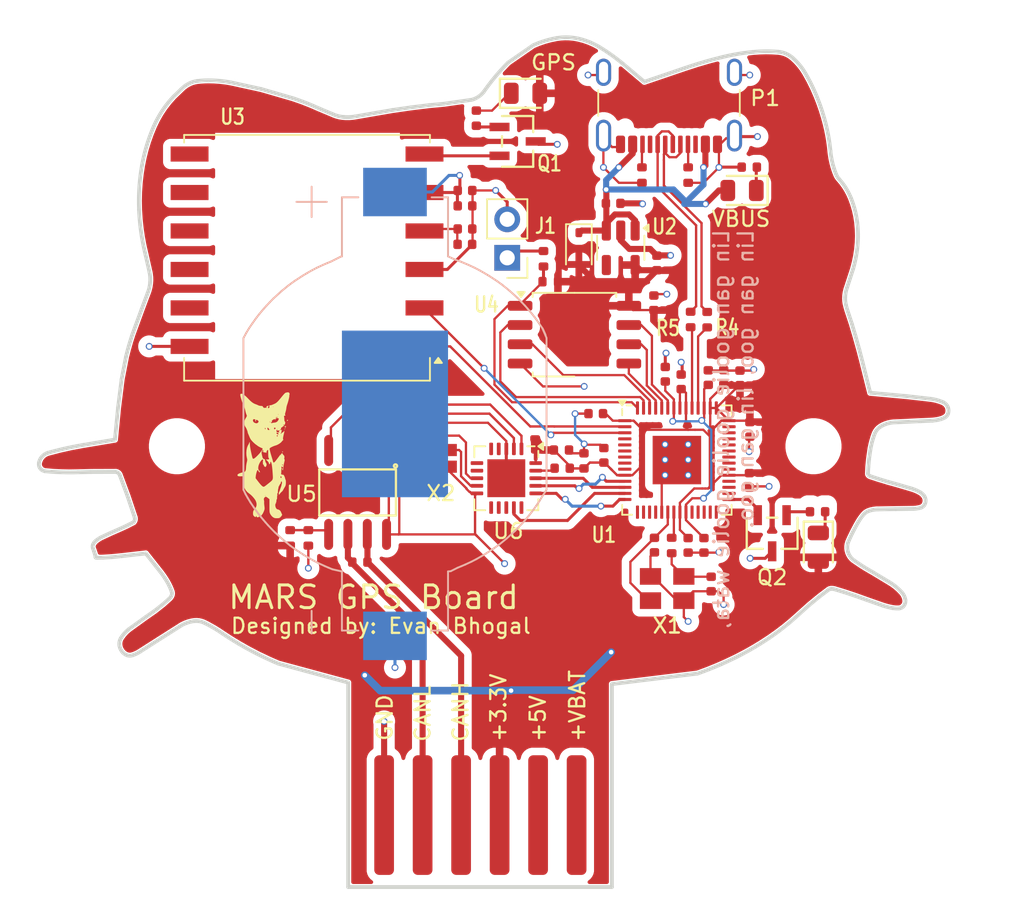
<source format=kicad_pcb>
(kicad_pcb (version 20241229) (generator "pcbnew") (generator_version "9.0")
  (layers (0 "F.Cu" signal) (4 "In1.Cu" signal) (6 "In2.Cu" signal) (2 "B.Cu" signal) (13 "F.Paste" user) (15 "B.Paste" user) (5 "F.SilkS" user "F.Silkscreen") (7 "B.SilkS" user "B.Silkscreen") (1 "F.Mask" user) (3 "B.Mask" user) (25 "Edge.Cuts" user))
  (net 0 "")
  (net 1 "+5V")
  (net 2 "GND")
  (net 3 "+3.3V")
  (net 4 "Net-(C15-Pad1)")
  (net 5 "+1V1")
  (net 6 "Net-(U1-USB_DM)")
  (net 7 "/DN")
  (net 8 "Net-(P1-CC1)")
  (net 11 "Net-(P1-CC2)")
  (net 12 "/DP")
  (net 13 "Net-(Q1-G)")
  (net 14 "Net-(Q1-D)")
  (net 15 "Net-(D1-Pad1)")
  (net 16 "Net-(U1-USB_DP)")
  (net 18 "/XIN")
  (net 19 "Net-(J1-USB_BOOT)")
  (net 21 "Net-(U5-VREF)")
  (net 25 "Net-(U3-VCC)")
  (net 29 "+BATT")
  (net 52 "/XOUT")
  (net 53 "/CANH")
  (net 54 "/QSPI_SS")
  (net 55 "/QSPI_SD3")
  (net 56 "/QSPI_SD1")
  (net 57 "/QSPI_SD2")
  (net 58 "/QSPI_SCLK")
  (net 59 "/QSPI_SDO")
  (net 61 "Net-(D2-Pad1)")
  (net 62 "Net-(D5-Pad1)")
  (net 63 "Net-(Q2-G)")
  (net 64 "Net-(Q2-D)")
  (net 65 "/CANL")
  (net 67 "Net-(U6-~{RESET})")
  (net 74 "Net-(U6-OSC1)")
  (net 75 "Net-(U6-OSC2)")
  (net 78 "/SPI1 CSn")
  (net 79 "/SPI1 TX")
  (net 80 "/SPI1 SCK")
  (net 81 "/SPI1 RX")
  (net 82 "/MCU_RX0")
  (net 83 "/MCU_TX0")
  (net 84 "/TRNS_RXD")
  (net 85 "/TRNS_TXD")
  (net 86 "Net-(C22-Pad1)")
  (footprint "Crystal:Crystal_SMD_2016-4Pin_2.0x1.6mm" (layer "F.Cu") (at 133.45 97.95 180)
    (property "Reference" "X2")
    (property "Value" "20 MHz")
  )
  (footprint "Resistor_SMD:R_0402_1005Metric" (layer "F.Cu") (at 151.117279 88.794545 -90)
    (property "Reference" "R4")
    (property "Value" "27")
  )
  (footprint "Library:C_0402_1005Metric" (layer "F.Cu") (at 135.136 82.804)
    (property "Reference" "C21" (hide yes))
    (property "Value" "100nF")
  )
  (footprint "Library:C_0402_1005Metric" (layer "F.Cu") (at 144.912558 81.114568)
    (property "Reference" "C1" (hide yes))
    (property "Value" "1.0u")
  )
  (footprint "Package_SO:SOIC-8_5.3x5.3mm_P1.27mm" (layer "F.Cu") (at 142.358955 89.783584)
    (property "Reference" "U4")
    (property "Value" "W25Q128JVS")
  )
  (footprint "AO3400A:SOT-23-3L_AOS" (layer "F.Cu") (at 138.6078 77.0255 -90)
    (property "Reference" "Q1")
    (property "Value" "AO3400A")
  )
  (footprint "PCM_JLCPCB:D_0805" (layer "F.Cu") (at 153.416 80.264 180)
    (property "Reference" "D2" (hide yes))
    (property "Value" "Green")
  )
  (footprint "Library:C_0402_1005Metric" (layer "F.Cu") (at 153.933713 96.037864 -90)
    (property "Reference" "C7" (hide yes))
    (property "Value" "100n")
  )
  (footprint "Library:C_0402_1005Metric" (layer "F.Cu") (at 135.136 81.28)
    (property "Reference" "C20" (hide yes))
    (property "Value" "4.7uF")
  )
  (footprint "PCM_JLCPCB:R_0402" (layer "F.Cu") (at 158.4 101.475 180)
    (property "Reference" "R12" (hide yes))
    (property "Value" "51Ω" (hide yes))
  )
  (footprint "PCM_JLCPCB:C_0402" (layer "F.Cu") (at 142.987866 98.115648 90)
    (property "Reference" "C25" (hide yes))
    (property "Value" "10nF")
  )
  (footprint "Package_DFN_QFN:QFN-56-1EP_7x7mm_P0.4mm_EP3.2x3.2mm" (layer "F.Cu") (at 149.117223 98.063614)
    (property "Reference" "U1")
    (property "Value" "RP2040")
  )
  (footprint "Resistor_SMD:R_0402_1005Metric" (layer "F.Cu") (at 146.812 79.248 -90)
    (property "Reference" "R1" (hide yes))
    (property "Value" "5.1k")
  )
  (footprint "Package_TO_SOT_SMD:SOT-23-5" (layer "F.Cu") (at 145.4125 84.05 -90)
    (property "Reference" "U2")
    (property "Value" "AP2112K-3.3")
  )
  (footprint "PCM_JLCPCB:C_0402" (layer "F.Cu") (at 128.7 95.4 180)
    (property "Reference" "C16" (hide yes))
    (property "Value" "100nF")
  )
  (footprint "Library:C_0402_1005Metric" (layer "F.Cu") (at 148.351893 92.395547 90)
    (property "Reference" "C6" (hide yes))
    (property "Value" "100n")
  )
  (footprint "Library:C_0402_1005Metric" (layer "F.Cu") (at 153.904499 99.404769 -90)
    (property "Reference" "C12" (hide yes))
    (property "Value" "100n")
  )
  (footprint "PCM_JLCPCB:R_0402" (layer "F.Cu") (at 153.894029 78.72387)
    (property "Reference" "R3" (hide yes))
    (property "Value" "150Ω" (hide yes))
  )
  (footprint "Library:C_0402_1005Metric" (layer "F.Cu") (at 150.903241 103.692936 -90)
    (property "Reference" "C3" (hide yes))
    (property "Value" "1.0u")
  )
  (footprint "ABM8_272_T3:ABM8-272-T3_ABR" (layer "F.Cu") (at 148.47543 106.543392 -90)
    (property "Reference" "X1")
    (property "Value" "ABM8-272-T3")
  )
  (footprint "Library:C_0402_1005Metric" (layer "F.Cu") (at 153.279381 92.635694 90)
    (property "Reference" "C9" (hide yes))
    (property "Value" "100n")
  )
  (footprint "Resistor_SMD:R_0402_1005Metric" (layer "F.Cu") (at 123.6 103.2 -90)
    (property "Reference" "R10" (hide yes))
    (property "Value" "1k")
  )
  (footprint "Resistor_SMD:R_0402_1005Metric" (layer "F.Cu") (at 148.773647 103.702481 90)
    (property "Reference" "R7" (hide yes))
    (property "Value" "1k")
  )
  (footprint "Library:C_0402_1005Metric" (layer "F.Cu") (at 149.85974 103.692936 -90)
    (property "Reference" "C13" (hide yes))
    (property "Value" "100n")
  )
  (footprint "Resistor_SMD:R_0402_1005Metric" (layer "F.Cu") (at 140.315579 84.773839 -90)
    (property "Reference" "R6" (hide yes))
    (property "Value" "1k")
  )
  (footprint "PCM_JLCPCB:D_0805" (layer "F.Cu") (at 158.45 103.815 -90)
    (property "Reference" "D5" (hide yes))
    (property "Value" "Red")
  )
  (footprint "Connector_USB:USB_C_Receptacle_GCT_USB4105-xx-A_16P_TopMnt_Horizontal" (layer "F.Cu") (at 148.59786 73.53887 180)
    (property "Reference" "P1")
    (property "Value" "MC311D")
  )
  (footprint "Resistor_SMD:R_0402_1005Metric" (layer "F.Cu") (at 149.86 79.248 -90)
    (property "Reference" "R2" (hide yes))
    (property "Value" "5.1k")
  )
  (footprint "Library:C_0402_1005Metric" (layer "F.Cu") (at 143.764 94.996 180)
    (property "Reference" "C8" (hide yes))
    (property "Value" "100n")
  )
  (footprint "PCM_JLCPCB:R_0402" (layer "F.Cu") (at 141.55 98.6)
    (property "Reference" "R13" (hide yes))
    (property "Value" "5.1kΩ" (hide yes))
  )
  (footprint "Library:C_0402_1005Metric" (layer "F.Cu") (at 135.128 83.82)
    (property "Reference" "C17" (hide yes))
    (property "Value" "10uF")
  )
  (footprint "Library:C_0402_1005Metric" (layer "F.Cu") (at 151.187851 92.61733 90)
    (property "Reference" "C6" (hide yes))
    (property "Value" "100n")
  )
  (footprint "PCM_JLCPCB:R_0402" (layer "F.Cu") (at 135.88606 75.491587 -90)
    (property "Reference" "R11" (hide yes))
    (property "Value" "51Ω" (hide yes))
  )
  (footprint "Library:C_0402_1005Metric" (layer "F.Cu") (at 147.637559 103.674481 -90)
    (property "Reference" "C14" (hide yes))
    (property "Value" "15pf")
  )
  (footprint "PCM_JLCPCB:SOIC-8_L4.9-W3.9-P1.27-LS6.0-BL" (layer "F.Cu") (at 128.05 100.2 180)
    (property "Reference" "U5")
    (property "Value" "SN65HVD230DR")
  )
  (footprint "RF_GPS:Quectel_L80-R" (layer "F.Cu") (at 124.714 84.709 180)
    (property "Reference" "U3")
    (property "Value" "L80-R")
  )
  (footprint "Diode_SMD:D_SOD-323" (layer "F.Cu") (at 142.65 84.1 -90)
    (property "Reference" "D3" (hide yes))
    (property "Value" "CUS10S30,H3F")
  )
  (footprint "Resistor_SMD:R_0402_1005Metric" (layer "F.Cu") (at 140.75925 86.283697 180)
    (property "Reference" "R8" (hide yes))
    (property "Value" "10k")
  )
  (footprint "AO3400A:SOT-23-3L_AOS" (layer "F.Cu") (at 155.4025 102.8938 180)
    (property "Reference" "Q2")
    (property "Value" "AO3400A")
  )
  (footprint "Resistor_SMD:R_0402_1005Metric" (layer "F.Cu") (at 124.8 103.2 -90)
    (property "Reference" "R9" (hide yes))
    (property "Value" "1k")
  )
  (footprint "Library:C_0402_1005Metric" (layer "F.Cu") (at 152.209882 92.605423 90)
    (property "Reference" "C5" (hide yes))
    (property "Value" "1.0u")
  )
  (footprint "Library:C_0402_1005Metric" (layer "F.Cu") (at 147.8 85.05 90)
    (property "Reference" "C2" (hide yes))
    (property "Value" "1.0u")
  )
  (footprint "Library:C_0402_1005Metric" (layer "F.Cu") (at 149.4 92.896212 90)
    (property "Reference" "C11" (hide yes))
    (property "Value" "1.0u")
  )
  (footprint "Library:C_0402_1005Metric" (layer "F.Cu") (at 144.3 97.75 90)
    (property "Reference" "C10" (hide yes))
    (property "Value" "100n")
  )
  (footprint "PCM_JLCPCB:D_0805" (layer "F.Cu") (at 139.130001 73.850248)
    (property "Reference" "D1" (hide yes))
    (property "Value" "Green")
  )
  (footprint "Connector_PinHeader_2.54mm:PinHeader_1x02_P2.54mm_Vertical" (layer "F.Cu") (at 137.922 84.709 180)
    (property "Reference" "J1")
    (property "Value" "~")
  )
  (footprint "PCM_JLCPCB:C_0402" (layer "F.Cu") (at 141.5 97.4)
    (property "Reference" "C24" (hide yes))
    (property "Value" "100nF")
  )
  (footprint "Library:C_0402_1005Metric" (layer "F.Cu") (at 147.6 87.68 90)
    (property "Reference" "C18" (hide yes))
    (property "Value" "100nF")
  )
  (footprint "Library:C_0402_1005Metric" (layer "F.Cu") (at 151.379501 106.244162 -90)
    (property "Reference" "C15" (hide yes))
    (property "Value" "15pF")
  )
  (footprint "Library:C_0402_1005Metric" (layer "F.Cu") (at 135.136 80.264)
    (property "Reference" "C19" (hide yes))
    (property "Value" "100nF")
  )
  (footprint "PCM_JLCPCB:R_0402" (layer "F.Cu") (at 128.2 104.8)
    (property "Reference" "R14" (hide yes))
    (property "Value" "120Ω" (hide yes))
  )
  (footprint "Resistor_SMD:R_0402_1005Metric" (layer "F.Cu") (at 150.024684 88.781181 -90)
    (property "Reference" "R5")
    (property "Value" "27")
  )
  (footprint "HelloKittyOutline:HELLO-KITTY-OUTLINE" (layer "F.Cu") (at 137.63 98.15)
    (property "Reference" "REF**" (hide yes))
    (property "Value" "HELLO-KITTY-OUTLINE" (hide yes))
    (fp_line (start -28.046533 0.723104) (end -27.190396 0.70072) (stroke (width 0.25)) (layer "Edge.Cuts"))
    (fp_line (start -27.190396 0.70072) (end -25.539799 0.695542) (stroke (width 0.25)) (layer "Edge.Cuts"))
    (fp_line (start -27.042804 5.738686) (end -26.977077 5.919724) (stroke (width 0.25)) (layer "Edge.Cuts"))
    (fp_line (start -26.977077 5.919724) (end -26.921541 6.093795) (stroke (width 0.25)) (layer "Edge.Cuts"))
    (fp_line (start -26.921541 6.093795) (end -26.880738 6.242234) (stroke (width 0.25)) (layer "Edge.Cuts"))
    (fp_line (start -26.822194 6.367144) (end -26.383914 6.358171) (stroke (width 0.25)) (layer "Edge.Cuts"))
    (fp_line (start -26.383914 6.358171) (end -25.848576 6.327145) (stroke (width 0.25)) (layer "Edge.Cuts"))
    (fp_line (start -25.848576 6.327145) (end -25.212612 6.264757) (stroke (width 0.25)) (layer "Edge.Cuts"))
    (fp_line (start -25.839436 4.701641) (end -26.49462 5.007738) (stroke (width 0.25)) (layer "Edge.Cuts"))
    (fp_line (start -25.59074 -1.437361) (end -27.694228 -1.083422) (stroke (width 0.25)) (layer "Edge.Cuts"))
    (fp_line (start -25.385412 -3.552725) (end -25.59074 -1.437361) (stroke (width 0.25)) (layer "Edge.Cuts"))
    (fp_line (start -25.305705 4.468971) (end -25.839436 4.701641) (stroke (width 0.25)) (layer "Edge.Cuts"))
    (fp_line (start -25.270676 0.906467) (end -24.758715 2.288455) (stroke (width 0.25)) (layer "Edge.Cuts"))
    (fp_line (start -25.212612 6.264757) (end -23.554129 6.077121) (stroke (width 0.25)) (layer "Edge.Cuts"))
    (fp_line (start -25.15088 -5.419429) (end -25.385412 -3.552725) (stroke (width 0.25)) (layer "Edge.Cuts"))
    (fp_line (start -24.859658 -6.9119) (end -25.15088 -5.419429) (stroke (width 0.25)) (layer "Edge.Cuts"))
    (fp_line (start -24.840699 4.257789) (end -25.305705 4.468971) (stroke (width 0.25)) (layer "Edge.Cuts"))
    (fp_line (start -24.758715 2.288455) (end -24.290616 3.691695) (stroke (width 0.25)) (layer "Edge.Cuts"))
    (fp_line (start -24.37051 4.018393) (end -24.840699 4.257789) (stroke (width 0.25)) (layer "Edge.Cuts"))
    (fp_line (start -23.925962 12.559112) (end -23.093817 12.027127) (stroke (width 0.25)) (layer "Edge.Cuts"))
    (fp_line (start -23.834056 -10.030196) (end -24.440776 -8.373686) (stroke (width 0.25)) (layer "Edge.Cuts"))
    (fp_line (start -23.570294 -13.645179) (end -23.307256 -12.477049) (stroke (width 0.25)) (layer "Edge.Cuts"))
    (fp_line (start -23.565495 10.280273) (end -24.661088 11.070593) (stroke (width 0.25)) (layer "Edge.Cuts"))
    (fp_line (start -23.554129 6.077121) (end -22.623581 7.252035) (stroke (width 0.25)) (layer "Edge.Cuts"))
    (fp_line (start -23.438688 -11.088862) (end -23.834056 -10.030196) (stroke (width 0.25)) (layer "Edge.Cuts"))
    (fp_line (start -23.093817 12.027127) (end -21.26132 10.861651) (stroke (width 0.25)) (layer "Edge.Cuts"))
    (fp_line (start -22.957306 9.854142) (end -23.565495 10.280273) (stroke (width 0.25)) (layer "Edge.Cuts"))
    (fp_line (start -22.418836 9.42932) (end -22.957306 9.854142) (stroke (width 0.25)) (layer "Edge.Cuts"))
    (fp_line (start -22.01815 9.07248) (end -22.418836 9.42932) (stroke (width 0.25)) (layer "Edge.Cuts"))
    (fp_line (start -21.234558 -24.552312) (end -21.72285 -24.080417) (stroke (width 0.25)) (layer "Edge.Cuts"))
    (fp_line (start -15.926869 -24.57932) (end -17.95874 -25.024266) (stroke (width 0.25)) (layer "Edge.Cuts"))
    (fp_line (start -14.812934 13.350275) (end -10.200009 14.600035) (stroke (width 0.25)) (layer "Edge.Cuts"))
    (fp_line (start -13.835912 -23.972108) (end -15.926869 -24.57932) (stroke (width 0.25)) (layer "Edge.Cuts"))
    (fp_line (start -11.244339 -22.933514) (end -12.131408 -23.305389) (stroke (width 0.25)) (layer "Edge.Cuts"))
    (fp_line (start -10.2 14.6) (end -10.2 28.100768) (stroke (width 0.25)) (layer "Edge.Cuts"))
    (fp_line (start -10.2 28.100768) (end 7.2 28.09995) (stroke (width 0.25)) (layer "Edge.Cuts"))
    (fp_line (start -8.308335 -23.020109) (end -9.772786 -22.766034) (stroke (width 0.25)) (layer "Edge.Cuts"))
    (fp_line (start -7.284142 -23.196378) (end -8.308335 -23.020109) (stroke (width 0.25)) (layer "Edge.Cuts"))
    (fp_line (start -6.070817 -23.371046) (end -7.284142 -23.196378) (stroke (width 0.25)) (layer "Edge.Cuts"))
    (fp_line (start -4.865377 -23.518969) (end -6.070817 -23.371046) (stroke (width 0.25)) (layer "Edge.Cuts"))
    (fp_line (start -3.868339 -23.612105) (end -4.865377 -23.518969) (stroke (width 0.25)) (layer "Edge.Cuts"))
    (fp_line (start -3.868339 -23.612105) (end -2.027846 -23.876181) (stroke (width 0.25)) (layer "Edge.Cuts"))
    (fp_line (start 0.35239 -26.327002) (end 2.005545 -27.472511) (stroke (width 0.25)) (layer "Edge.Cuts"))
    (fp_line (start 7.2 14.700049) (end 7.2 28.09995) (stroke (width 0.25)) (layer "Edge.Cuts"))
    (fp_line (start 9.339933 -25.059438) (end 7.94079 -26.236462) (stroke (width 0.25)) (layer "Edge.Cuts"))
    (fp_line (start 12.055103 -25.983029) (end 9.339933 -25.059438) (stroke (width 0.25)) (layer "Edge.Cuts"))
    (fp_line (start 12.857895 14.005756) (end 7.2 14.700049) (stroke (width 0.25)) (layer "Edge.Cuts"))
    (fp_line (start 19.500992 10.12801) (end 20.232614 9.47202) (stroke (width 0.25)) (layer "Edge.Cuts"))
    (fp_line (start 20.232614 9.47202) (end 20.904712 8.918756) (stroke (width 0.25)) (layer "Edge.Cuts"))
    (fp_line (start 20.904712 8.918756) (end 21.479344 8.484419) (stroke (width 0.25)) (layer "Edge.Cuts"))
    (fp_line (start 21.926222 8.452126) (end 22.528058 8.636328) (stroke (width 0.25)) (layer "Edge.Cuts"))
    (fp_line (start 22.528058 8.636328) (end 23.258798 8.878985) (stroke (width 0.25)) (layer "Edge.Cuts"))
    (fp_line (start 22.723212 -11.50436) (end 23.11223 -12.69903) (stroke (width 0.25)) (layer "Edge.Cuts"))
    (fp_line (start 23.033135 -9.078258) (end 22.748404 -9.942705) (stroke (width 0.25)) (layer "Edge.Cuts"))
    (fp_line (start 23.258798 8.878985) (end 24.059702 9.166543) (stroke (width 0.25)) (layer "Edge.Cuts"))
    (fp_line (start 23.274849 -8.262583) (end 23.033135 -9.078258) (stroke (width 0.25)) (layer "Edge.Cuts"))
    (fp_line (start 23.52441 -7.367603) (end 23.274849 -8.262583) (stroke (width 0.25)) (layer "Edge.Cuts"))
    (fp_line (start 23.585694 6.814462) (end 23.17703 6.536272) (stroke (width 0.25)) (layer "Edge.Cuts"))
    (fp_line (start 23.744244 -6.521658) (end 23.52441 -7.367603) (stroke (width 0.25)) (layer "Edge.Cuts"))
    (fp_line (start 24.059702 9.166543) (end 25.075971 9.522212) (stroke (width 0.25)) (layer "Edge.Cuts"))
    (fp_line (start 24.097674 0.794985) (end 24.117426 0.375557) (stroke (width 0.25)) (layer "Edge.Cuts"))
    (fp_line (start 24.117426 0.375557) (end 24.165289 -0.13953) (stroke (width 0.25)) (layer "Edge.Cuts"))
    (fp_line (start 24.165289 -0.13953) (end 24.247335 -0.725246) (stroke (width 0.25)) (layer "Edge.Cuts"))
    (fp_line (start 24.24134 -4.529998) (end 23.744244 -6.521658) (stroke (width 0.25)) (layer "Edge.Cuts"))
    (fp_line (start 24.753356 3.171945) (end 25.925472 3.152122) (stroke (width 0.25)) (layer "Edge.Cuts"))
    (fp_line (start 24.767576 1.148804) (end 24.252126 0.979899) (stroke (width 0.25)) (layer "Edge.Cuts"))
    (fp_line (start 25.382655 1.336289) (end 24.767576 1.148804) (stroke (width 0.25)) (layer "Edge.Cuts"))
    (fp_line (start 25.420008 7.922298) (end 24.371961 7.289329) (stroke (width 0.25)) (layer "Edge.Cuts"))
    (fp_line (start 25.880851 -2.573158) (end 27.55285 -2.652237) (stroke (width 0.25)) (layer "Edge.Cuts"))
    (fp_line (start 25.925472 3.152122) (end 27.087955 3.136505) (stroke (width 0.25)) (layer "Edge.Cuts"))
    (fp_line (start 26.08688 1.533391) (end 25.382655 1.336289) (stroke (width 0.25)) (layer "Edge.Cuts"))
    (fp_line (start 26.630035 -4.311848) (end 24.24134 -4.529998) (stroke (width 0.25)) (layer "Edge.Cuts"))
    (fp_line (start 26.912975 1.776772) (end 26.08688 1.533391) (stroke (width 0.25)) (layer "Edge.Cuts"))
    (fp_line (start 27.55285 -2.652237) (end 28.349498 -2.688094) (stroke (width 0.25)) (layer "Edge.Cuts"))
    (fp_line (start 28.126967 -4.142992) (end 26.630035 -4.311848) (stroke (width 0.25)) (layer "Edge.Cuts"))
    (fp_arc (start -30.604343 0.093803) (mid -30.390997 -0.326945) (end -29.988346 -0.572743) (stroke (width 0.25)) (layer "Edge.Cuts"))
    (fp_arc (start -30.190135 0.65016) (mid -30.520244 0.463559) (end -30.604343 0.093803) (stroke (width 0.25)) (layer "Edge.Cuts"))
    (fp_arc (start -29.988346 -0.572743) (mid -28.847969 -0.858102) (end -27.694228 -1.083422) (stroke (width 0.25)) (layer "Edge.Cuts"))
    (fp_arc (start -28.046533 0.723104) (mid -29.119506 0.721083) (end -30.190135 0.65016) (stroke (width 0.25)) (layer "Edge.Cuts"))
    (fp_arc (start -27.042804 5.738686) (mid -27.064781 5.616567) (end -27.04012 5.494961) (stroke (width 0.25)) (layer "Edge.Cuts"))
    (fp_arc (start -27.04012 5.494961) (mid -26.96928 5.367218) (end -26.870588 5.259531) (stroke (width 0.25)) (layer "Edge.Cuts"))
    (fp_arc (start -26.880738 6.242234) (mid -26.873517 6.280453) (end -26.871094 6.319273) (stroke (width 0.25)) (layer "Edge.Cuts"))
    (fp_arc (start -26.870588 5.259531) (mid -26.690244 5.122227) (end -26.49462 5.007738) (stroke (width 0.25)) (layer "Edge.Cuts"))
    (fp_arc (start -26.822194 6.367144) (mid -26.856691 6.353471) (end -26.871094 6.319273) (stroke (width 0.25)) (layer "Edge.Cuts"))
    (fp_arc (start -25.539799 0.695542) (mid -25.375408 0.762942) (end -25.270684 0.906469) (stroke (width 0.25)) (layer "Edge.Cuts"))
    (fp_arc (start -25.294881 12.155831) (mid -25.288689 11.897237) (end -25.191864 11.657375) (stroke (width 0.25)) (layer "Edge.Cuts"))
    (fp_arc (start -25.191864 11.657375) (mid -24.951735 11.341136) (end -24.661088 11.070593) (stroke (width 0.25)) (layer "Edge.Cuts"))
    (fp_arc (start -25.052166 12.632846) (mid -25.211366 12.413594) (end -25.294881 12.155831) (stroke (width 0.25)) (layer "Edge.Cuts"))
    (fp_arc (start -24.859658 -6.9119) (mid -24.666004 -7.647317) (end -24.440782 -8.373688) (stroke (width 0.25)) (layer "Edge.Cuts"))
    (fp_arc (start -24.761376 12.806179) (mid -24.917564 12.73762) (end -25.052166 12.632846) (stroke (width 0.25)) (layer "Edge.Cuts"))
    (fp_arc (start -24.443333 12.80454) (mid -24.602233 12.828977) (end -24.761376 12.806179) (stroke (width 0.25)) (layer "Edge.Cuts"))
    (fp_arc (start -24.290619 3.691696) (mid -24.284854 3.866223) (end -24.37051 4.018393) (stroke (width 0.25)) (layer "Edge.Cuts"))
    (fp_arc (start -24.000986 -16.608196) (mid -23.983591 -18.073399) (end -23.807037 -19.528029) (stroke (width 0.25)) (layer "Edge.Cuts"))
    (fp_arc (start -23.925962 12.559112) (mid -24.175859 12.700353) (end -24.443333 12.80454) (stroke (width 0.25)) (layer "Edge.Cuts"))
    (fp_arc (start -23.807037 -19.528029) (mid -23.493293 -20.843193) (end -23.02705 -22.11233) (stroke (width 0.25)) (layer "Edge.Cuts"))
    (fp_arc (start -23.570294 -13.645179) (mid -23.861083 -15.115721) (end -24.000986 -16.608196) (stroke (width 0.25)) (layer "Edge.Cuts"))
    (fp_arc (start -23.307256 -12.477049) (mid -23.265514 -12.156466) (end -23.267261 -11.833181) (stroke (width 0.25)) (layer "Edge.Cuts"))
    (fp_arc (start -23.267261 -11.833181) (mid -23.32436 -11.454431) (end -23.438688 -11.088862) (stroke (width 0.25)) (layer "Edge.Cuts"))
    (fp_arc (start -23.02705 -22.11233) (mid -22.460888 -23.153322) (end -21.72285 -24.080417) (stroke (width 0.25)) (layer "Edge.Cuts"))
    (fp_arc (start -22.623581 7.252035) (mid -22.445576 7.487913) (end -22.278795 7.731856) (stroke (width 0.25)) (layer "Edge.Cuts"))
    (fp_arc (start -22.278795 7.731856) (mid -22.138494 7.96288) (end -22.012553 8.202036) (stroke (width 0.25)) (layer "Edge.Cuts"))
    (fp_arc (start -22.012553 8.202036) (mid -21.922844 8.401412) (end -21.845813 8.606021) (stroke (width 0.25)) (layer "Edge.Cuts"))
    (fp_arc (start -21.850154 8.836281) (mid -21.919192 8.965021) (end -22.01815 9.07248) (stroke (width 0.25)) (layer "Edge.Cuts"))
    (fp_arc (start -21.845813 8.606021) (mid -21.827771 8.721532) (end -21.850154 8.836281) (stroke (width 0.25)) (layer "Edge.Cuts"))
    (fp_arc (start -21.26132 10.861651) (mid -20.854477 10.665954) (end -20.41719 10.553713) (stroke (width 0.25)) (layer "Edge.Cuts"))
    (fp_arc (start -21.234558 -24.552312) (mid -20.964356 -24.788279) (end -20.655038 -24.969972) (stroke (width 0.25)) (layer "Edge.Cuts"))
    (fp_arc (start -20.655038 -24.969972) (mid -20.409499 -25.061926) (end -20.15251 -25.113899) (stroke (width 0.25)) (layer "Edge.Cuts"))
    (fp_arc (start -20.41719 10.553713) (mid -20.037482 10.553972) (end -19.675577 10.668877) (stroke (width 0.25)) (layer "Edge.Cuts"))
    (fp_arc (start -20.152511 -25.113904) (mid -19.787318 -25.146902) (end -19.420803 -25.157911) (stroke (width 0.25)) (layer "Edge.Cuts"))
    (fp_arc (start -19.675577 10.668877) (mid -19.100312 10.979156) (end -18.54738 11.32768) (stroke (width 0.25)) (layer "Edge.Cuts"))
    (fp_arc (start -19.420803 -25.157911) (mid -18.686724 -25.124429) (end -17.95874 -25.024266) (stroke (width 0.25)) (layer "Edge.Cuts"))
    (fp_arc (start -14.812934 13.350275) (mid -16.730719 12.432334) (end -18.54738 11.32768) (stroke (width 0.25)) (layer "Edge.Cuts"))
    (fp_arc (start -13.835912 -23.972108) (mid -12.974244 -23.662821) (end -12.131408 -23.305391) (stroke (width 0.25)) (layer "Edge.Cuts"))
    (fp_arc (start -10.481076 -22.737107) (mid -10.87144 -22.801374) (end -11.244339 -22.933514) (stroke (width 0.25)) (layer "Edge.Cuts"))
    (fp_arc (start -9.772786 -22.766034) (mid -10.126096 -22.731137) (end -10.481076 -22.737107) (stroke (width 0.25)) (layer "Edge.Cuts"))
    (fp_arc (start -1.264029 -24.388559) (mid -1.607067 -24.074424) (end -2.027846 -23.876181) (stroke (width 0.25)) (layer "Edge.Cuts"))
    (fp_arc (start -1.264028 -24.388558) (mid -0.498179 -25.393103) (end 0.35239 -26.327002) (stroke (width 0.25)) (layer "Edge.Cuts"))
    (fp_arc (start 2.005545 -27.472511) (mid 2.756703 -27.757606) (end 3.537985 -27.944996) (stroke (width 0.25)) (layer "Edge.Cuts"))
    (fp_arc (start 3.537985 -27.944996) (mid 4.239088 -27.999249) (end 4.9379 -27.920816) (stroke (width 0.25)) (layer "Edge.Cuts"))
    (fp_arc (start 4.9379 -27.920816) (mid 5.66932 -27.702856) (end 6.354449 -27.366581) (stroke (width 0.25)) (layer "Edge.Cuts"))
    (fp_arc (start 6.354449 -27.366581) (mid 7.170063 -26.833025) (end 7.94079 -26.236462) (stroke (width 0.25)) (layer "Edge.Cuts"))
    (fp_arc (start 12.055103 -25.983029) (mid 13.250265 -26.360463) (end 14.460863 -26.684994) (stroke (width 0.25)) (layer "Edge.Cuts"))
    (fp_arc (start 14.460863 -26.684994) (mid 15.494475 -26.898053) (end 16.540912 -27.03487) (stroke (width 0.25)) (layer "Edge.Cuts"))
    (fp_arc (start 15.38862 12.932876) (mid 14.139717 13.50814) (end 12.857895 14.005756) (stroke (width 0.25)) (layer "Edge.Cuts"))
    (fp_arc (start 16.540912 -27.03487) (mid 17.357347 -27.075177) (end 18.174162 -27.043498) (stroke (width 0.25)) (layer "Edge.Cuts"))
    (fp_arc (start 17.593994 11.644323) (mid 16.512726 12.325258) (end 15.38862 12.932876) (stroke (width 0.25)) (layer "Edge.Cuts"))
    (fp_arc (start 18.174162 -27.043498) (mid 18.678204 -26.91944) (end 19.118454 -26.644438) (stroke (width 0.25)) (layer "Edge.Cuts"))
    (fp_arc (start 19.118454 -26.644438) (mid 19.575406 -26.176016) (end 19.950889 -25.640071) (stroke (width 0.25)) (layer "Edge.Cuts"))
    (fp_arc (start 19.500992 10.12801) (mid 18.576512 10.922662) (end 17.593994 11.644323) (stroke (width 0.25)) (layer "Edge.Cuts"))
    (fp_arc (start 19.950889 -25.640071) (mid 20.360779 -24.879468) (end 20.715012 -24.091404) (stroke (width 0.25)) (layer "Edge.Cuts"))
    (fp_arc (start 20.715012 -24.091404) (mid 21.04148 -23.20316) (end 21.306305 -22.29463) (stroke (width 0.25)) (layer "Edge.Cuts"))
    (fp_arc (start 21.306305 -22.29463) (mid 21.496449 -21.405487) (end 21.617361 -20.504315) (stroke (width 0.25)) (layer "Edge.Cuts"))
    (fp_arc (start 21.479344 8.484419) (mid 21.579104 8.433371) (end 21.689779 8.415796) (stroke (width 0.25)) (layer "Edge.Cuts"))
    (fp_arc (start 21.689779 8.415796) (mid 21.809388 8.424926) (end 21.926222 8.452126) (stroke (width 0.25)) (layer "Edge.Cuts"))
    (fp_arc (start 21.699459 -19.940323) (mid 21.651381 -20.221296) (end 21.617361 -20.504315) (stroke (width 0.25)) (layer "Edge.Cuts"))
    (fp_arc (start 21.83719 -19.388092) (mid 21.761416 -19.662484) (end 21.699459 -19.940323) (stroke (width 0.25)) (layer "Edge.Cuts"))
    (fp_arc (start 22.005776 -18.920556) (mid 21.915449 -19.152148) (end 21.83719 -19.388092) (stroke (width 0.25)) (layer "Edge.Cuts"))
    (fp_arc (start 22.181405 -18.644503) (mid 22.081902 -18.775094) (end 22.005776 -18.920556) (stroke (width 0.25)) (layer "Edge.Cuts"))
    (fp_arc (start 22.181405 -18.644503) (mid 22.634231 -18.045651) (end 22.975049 -17.376683) (stroke (width 0.25)) (layer "Edge.Cuts"))
    (fp_arc (start 22.591882 -10.836253) (mid 22.632206 -11.175288) (end 22.723212 -11.50436) (stroke (width 0.25)) (layer "Edge.Cuts"))
    (fp_arc (start 22.640871 -10.335795) (mid 22.598806 -10.584304) (end 22.591882 -10.836253) (stroke (width 0.25)) (layer "Edge.Cuts"))
    (fp_arc (start 22.748404 -9.942705) (mid 22.69177 -10.138466) (end 22.640871 -10.335795) (stroke (width 0.25)) (layer "Edge.Cuts"))
    (fp_arc (start 22.769871 5.957566) (mid 22.734045 5.601565) (end 22.820293 5.254316) (stroke (width 0.25)) (layer "Edge.Cuts"))
    (fp_arc (start 22.820293 5.254316) (mid 23.120673 4.621197) (end 23.455667 4.005691) (stroke (width 0.25)) (layer "Edge.Cuts"))
    (fp_arc (start 22.975049 -17.376683) (mid 23.233263 -16.590033) (end 23.385872 -15.776275) (stroke (width 0.25)) (layer "Edge.Cuts"))
    (fp_arc (start 23.17703 6.536272) (mid 22.923636 6.281967) (end 22.769871 5.957566) (stroke (width 0.25)) (layer "Edge.Cuts"))
    (fp_arc (start 23.381472 -13.998949) (mid 23.272792 -13.343617) (end 23.11223 -12.69903) (stroke (width 0.25)) (layer "Edge.Cuts"))
    (fp_arc (start 23.385872 -15.776275) (mid 23.437933 -14.887478) (end 23.381472 -13.998949) (stroke (width 0.25)) (layer "Edge.Cuts"))
    (fp_arc (start 23.455667 4.005691) (mid 23.621229 3.748839) (end 23.809891 3.508442) (stroke (width 0.25)) (layer "Edge.Cuts"))
    (fp_arc (start 23.809891 3.508442) (mid 23.96868 3.36707) (end 24.158775 3.27187) (stroke (width 0.25)) (layer "Edge.Cuts"))
    (fp_arc (start 24.141117 0.91112) (mid 24.106811 0.857764) (end 24.097674 0.794985) (stroke (width 0.25)) (layer "Edge.Cuts"))
    (fp_arc (start 24.158775 3.27187) (mid 24.451904 3.197145) (end 24.753356 3.171945) (stroke (width 0.25)) (layer "Edge.Cuts"))
    (fp_arc (start 24.247335 -0.725246) (mid 24.359959 -1.264042) (end 24.523928 -1.789494) (stroke (width 0.25)) (layer "Edge.Cuts"))
    (fp_arc (start 24.252126 0.979899) (mid 24.192633 0.951945) (end 24.141117 0.91112) (stroke (width 0.25)) (layer "Edge.Cuts"))
    (fp_arc (start 24.371961 7.289329) (mid 23.974633 7.058841) (end 23.585694 6.814462) (stroke (width 0.25)) (layer "Edge.Cuts"))
    (fp_arc (start 24.523928 -1.789494) (mid 24.698751 -2.092181) (end 24.965897 -2.317601) (stroke (width 0.25)) (layer "Edge.Cuts"))
    (fp_arc (start 24.965897 -2.317601) (mid 25.406963 -2.504137) (end 25.880851 -2.573158) (stroke (width 0.25)) (layer "Edge.Cuts"))
    (fp_arc (start 25.420008 7.922299) (mid 25.905711 8.248752) (end 26.330147 8.651657) (stroke (width 0.25)) (layer "Edge.Cuts"))
    (fp_arc (start 25.722025 9.685211) (mid 25.396094 9.615221) (end 25.075971 9.522212) (stroke (width 0.25)) (layer "Edge.Cuts"))
    (fp_arc (start 26.150784 9.707286) (mid 25.935716 9.70961) (end 25.722025 9.685211) (stroke (width 0.25)) (layer "Edge.Cuts"))
    (fp_arc (start 26.330144 8.651659) (mid 26.482667 8.883761) (end 26.56184 9.149969) (stroke (width 0.25)) (layer "Edge.Cuts"))
    (fp_arc (start 26.416899 9.585496) (mid 26.294809 9.670359) (end 26.150784 9.707286) (stroke (width 0.25)) (layer "Edge.Cuts"))
    (fp_arc (start 26.56184 9.149969) (mid 26.540845 9.384866) (end 26.416899 9.585496) (stroke (width 0.25)) (layer "Edge.Cuts"))
    (fp_arc (start 26.912975 1.776772) (mid 27.234342 1.886606) (end 27.538525 2.037643) (stroke (width 0.25)) (layer "Edge.Cuts"))
    (fp_arc (start 27.538525 2.037643) (mid 27.684505 2.145329) (end 27.803737 2.28204) (stroke (width 0.25)) (layer "Edge.Cuts"))
    (fp_arc (start 27.57981 3.060641) (mid 27.336267 3.11403) (end 27.087955 3.136505) (stroke (width 0.25)) (layer "Edge.Cuts"))
    (fp_arc (start 27.803737 2.28204) (mid 27.875047 2.427355) (end 27.899574 2.587357) (stroke (width 0.25)) (layer "Edge.Cuts"))
    (fp_arc (start 27.811056 2.888793) (mid 27.711093 2.995787) (end 27.57981 3.060641) (stroke (width 0.25)) (layer "Edge.Cuts"))
    (fp_arc (start 27.899574 2.587357) (mid 27.876997 2.744443) (end 27.811056 2.888793) (stroke (width 0.25)) (layer "Edge.Cuts"))
    (fp_arc (start 28.126967 -4.142992) (mid 28.595603 -4.062357) (end 29.04561 -3.908683) (stroke (width 0.25)) (layer "Edge.Cuts"))
    (fp_arc (start 28.868263 -2.773956) (mid 28.610845 -2.719155) (end 28.349498 -2.688094) (stroke (width 0.25)) (layer "Edge.Cuts"))
    (fp_arc (start 29.04561 -3.908683) (mid 29.23633 -3.777727) (end 29.363631 -3.584549) (stroke (width 0.25)) (layer "Edge.Cuts"))
    (fp_arc (start 29.195495 -2.91554) (mid 29.037299 -2.832223) (end 28.868263 -2.773956) (stroke (width 0.25)) (layer "Edge.Cuts"))
    (fp_arc (start 29.363631 -3.584549) (mid 29.410039 -3.356032) (end 29.368898 -3.126508) (stroke (width 0.25)) (layer "Edge.Cuts"))
    (fp_arc (start 29.368898 -3.126508) (mid 29.299314 -3.006955) (end 29.195495 -2.91554) (stroke (width 0.25)) (layer "Edge.Cuts"))
  )
  (footprint "Package_DFN_QFN:QFN-20-1EP_4x4mm_P0.5mm_EP2.5x2.5mm" (layer "F.Cu") (at 137.8625 99.2625 -90)
    (property "Reference" "U6")
    (property "Value" "MCP2515_I/ML")
  )
  (footprint "logo:LOGO" (layer "F.Cu") (at 121.85 97.75)
    (property "Reference" "G***" (hide yes))
    (property "Value" "LOGO" (hide yes))
  )
  (footprint "PCM_JLCPCB:R_0402" (layer "F.Cu") (at 131.55 98.1 90)
    (property "Reference" "R15" (hide yes))
    (property "Value" "1kΩ" (hide yes))
  )
  (footprint "BU2032SM_FH_GTR:BAT_BU2032SM-FH-G" (layer "B.Cu") (at 130.516805 95.016842 -90)
    (property "Reference" "REF**" (hide yes))
    (property "Value" "BAT_BU2032SM-FH-G")
  )
  (gr_text "Designed by: Evan Bhogal" (at 119.6 109.6 0) (layer "F.SilkS") (effects (font (size 1 1) (thickness 0.153)) (justify left bottom)))
  (gr_text "MARS GPS Board" (at 119.4 108 0) (layer "F.SilkS") (effects (font (size 1.5 1.5) (thickness 0.2)) (justify left bottom)))
  (gr_text "VBUS" (at 151.317885 82.731736 0) (layer "F.SilkS") (effects (font (size 1 1) (thickness 0.153)) (justify left bottom)))
  (gr_text "GPS\n" (at 139.4 72.4 0) (layer "F.SilkS") (effects (font (size 1 1) (thickness 0.153)) (justify left bottom)))
  (gr_text "Lin gan goolie goolie goolie wata,\nLin gan goo, lin gan goo." (at 154.243599 82.761377 90) (layer "B.SilkS") (effects (font (size 1 1) (thickness 0.1553)) (justify left bottom mirror)))
  (segment (start 150.99786 78.61814) (end 150.876 78.74) (width 0.4) (layer "F.Cu") (net 1))
  (segment (start 146.3625 82.250001) (end 146.3625 82.9125) (width 0.4) (layer "F.Cu") (net 1))
  (segment (start 144.4625 82.9125) (end 144.4625 82.416612) (width 0.4) (layer "F.Cu") (net 1))
  (segment (start 151.892 80.264) (end 152.476 80.264) (width 0.4) (layer "F.Cu") (net 1))
  (segment (start 151.003 81.153) (end 151.892 80.264) (width 0.4) (layer "F.Cu") (net 1))
  (segment (start 144.4625 82.416612) (end 145.030112 81.849) (width 0.4) (layer "F.Cu") (net 1))
  (segment (start 144.45 82.9) (end 144.4625 82.9125) (width 0.4) (layer "F.Cu") (net 1))
  (segment (start 144.4625 82.9125) (end 142.8375 82.9125) (width 0.4) (layer "F.Cu") (net 1))
  (segment (start 150.99786 77.21887) (end 150.99786 78.61814) (width 0.4) (layer "F.Cu") (net 1))
  (segment (start 146.19786 77.21887) (end 146.19786 77.83014) (width 0.4) (layer "F.Cu") (net 1))
  (segment (start 146.19786 77.83014) (end 145.288 78.74) (width 0.4) (layer "F.Cu") (net 1))
  (segment (start 145.961499 81.849) (end 146.3625 82.250001) (width 0.4) (layer "F.Cu") (net 1))
  (segment (start 144.4625 80.2125) (end 144.45 80.2) (width 0.4) (layer "F.Cu") (net 1))
  (segment (start 145.030112 81.849) (end 145.961499 81.849) (width 0.4) (layer "F.Cu") (net 1))
  (segment (start 144.4625 82.9125) (end 144.4625 80.2125) (width 0.4) (layer "F.Cu") (net 1))
  (segment (start 142.8375 82.9125) (end 142.65 83.1) (width 0.4) (layer "F.Cu") (net 1))
  (via (at 145.288 78.74) (size 0.45) (drill 0.3) (layers "F.Cu" "B.Cu") (net 1))
  (via (at 144.45 80.2) (size 0.45) (drill 0.3) (layers "F.Cu" "B.Cu") (net 1))
  (via (at 151.003 81.153) (size 0.45) (drill 0.3) (layers "F.Cu" "B.Cu") (net 1))
  (via (at 150.876 78.74) (size 0.45) (drill 0.3) (layers "F.Cu" "B.Cu") (net 1))
  (segment (start 144.45 79.578) (end 144.45 80.2) (width 0.4) (layer "B.Cu") (net 1))
  (segment (start 145.288 78.74) (end 144.45 79.578) (width 0.4) (layer "B.Cu") (net 1))
  (segment (start 144.45 80.2) (end 148.897 80.2) (width 0.4) (layer "B.Cu") (net 1))
  (segment (start 151.003 81.153) (end 149.85 81.153) (width 0.4) (layer "B.Cu") (net 1))
  (segment (start 150.876 78.74) (end 150.876 79.883) (width 0.4) (layer "B.Cu") (net 1))
  (segment (start 150.876 79.883) (end 149.606 81.153) (width 0.4) (layer "B.Cu") (net 1))
  (segment (start 149.85 81.153) (end 149.606 81.153) (width 0.4) (layer "B.Cu") (net 1))
  (segment (start 148.897 80.2) (end 149.85 81.153) (width 0.4) (layer "B.Cu") (net 1))
  (segment (start 143.460277 94.996) (end 143.460278 94.995999) (width 0.1554) (layer "F.Cu") (net 2))
  (segment (start 145.388 77.399001) (end 144.842999 77.399001) (width 0.15) (layer "F.Cu") (net 2))
  (segment (start 132.9 97.4) (end 132.75 97.4) (width 0.15) (layer "F.Cu") (net 2))
  (segment (start 151.859064 104.172936) (end 151.892 104.14) (width 0.15) (layer "F.Cu") (net 2))
  (segment (start 134 98.5) (end 132.9 97.4) (width 0.15) (layer "F.Cu") (net 2))
  (segment (start 145.392558 81.114568) (end 146.814568 81.114568) (width 0.4) (layer "F.Cu") (net 2))
  (segment (start 144.272 78.74) (end 144.268 78.736) (width 0.15) (layer "F.Cu") (net 2))
  (segment (start 135.636 83.812) (end 135.628 83.82) (width 0.15) (layer "F.Cu") (net 2))
  (segment (start 150.903241 104.172936) (end 151.859064 104.172936) (width 0.15) (layer "F.Cu") (net 2))
  (segment (start 132.464 85.479) (end 133.969 85.479) (width 0.2) (layer "F.Cu") (net 2))
  (segment (start 147.37543 105.743391) (end 147.52543 105.743391) (width 0.15) (layer "F.Cu") (net 2))
  (segment (start 152.363001 76.824001) (end 151.788 77.399002) (width 0.15) (layer "F.Cu") (net 2))
  (segment (start 144.842999 77.399001) (end 144.268 76.824002) (width 0.15) (layer "F.Cu") (net 2))
  (segment (start 135.925 103.075) (end 137.75 104.9) (width 0.1554) (layer "F.Cu") (net 2))
  (segment (start 150.194661 106.724162) (end 149.57543 107.343393) (width 0.15) (layer "F.Cu") (net 2))
  (segment (start 130.8 102.92) (end 130.75 102.97) (width 0.15) (layer "F.Cu") (net 2))
  (segment (start 151.892 77.503002) (end 151.788 77.399002) (width 0.15) (layer "F.Cu") (net 2))
  (segment (start 128.84 95.76) (end 128.84 97.43) (width 0.1554) (layer "F.Cu") (net 2))
  (segment (start 134.15 98.85) (end 135.2365 99.9365) (width 0.15) (layer "F.Cu") (net 2))
  (segment (start 137.16 80.264) (end 137.922 81.026) (width 0.2) (layer "F.Cu") (net 2))
  (segment (start 148.7 84.55) (end 147.82 84.55) (width 0.4) (layer "F.Cu") (net 2))
  (segment (start 149.57543 107.343393) (end 149.57543 108.42743) (width 0.15) (layer "F.Cu") (net 2))
  (segment (start 137.16 80.264) (end 135.636 80.264) (width 0.15) (layer "F.Cu") (net 2))
  (segment (start 137.8625 96.8125) (end 136.65 95.6) (width 0.15) (layer "F.Cu") (net 2))
  (segment (start 152.2 107.6) (end 152.2 107.076324) (width 0.15) (layer "F.Cu") (net 2))
  (segment (start 145.29 79.758) (end 146.812 79.758) (width 0.15) (layer "F.Cu") (net 2))
  (segment (start 135.82 102.97) (end 135.925 103.075) (width 0.15) (layer "F.Cu") (net 2))
  (segment (start 142.404 94.996) (end 143.460277 94.996) (width 0.1554) (layer "F.Cu") (net 2))
  (segment (start 151.892 78.74) (end 151.892 77.503002) (width 0.15) (layer "F.Cu") (net 2))
  (segment (start 143.070475 97.533039) (end 142.987866 97.615648) (width 0.1554) (layer "F.Cu") (net 2))
  (segment (start 144.08 97.05) (end 143.05 97.05) (width 0.15) (layer "F.Cu") (net 2))
  (segment (start 154.432 76.708) (end 152.98199 76.708) (width 0.2) (layer "F.Cu") (net 2))
  (segment (start 133.969 85.479) (end 135.628 83.82) (width 0.2) (layer "F.Cu") (net 2))
  (segment (start 130.8 96.906848) (end 130.8 102.92) (width 0.15) (layer "F.Cu") (net 2))
  (segment (start 129.2 95.4) (end 128.84 95.76) (width 0.1554) (layer "F.Cu") (net 2))
  (segment (start 149.125432 107.343393) (end 149.57543 107.343393) (width 0.15) (layer "F.Cu") (net 2))
  (segment (start 143.05 97.05) (end 143 97) (width 0.15) (layer "F.Cu") (net 2))
  (segment (start 137.922 81.026) (end 137.922 82.169) (width 0.2) (layer "F.Cu") (net 2))
  (segment (start 151.90813 78.72387) (end 151.892 78.74) (width 0.2) (layer "F.Cu") (net 2))
  (segment (start 145.980112 84.124) (end 147.354 84.124) (width 0.4) (layer "F.Cu") (net 2))
  (segment (start 147.354 84.124) (end 147.8 84.57) (width 0.4) (layer "F.Cu") (net 2))
  (segment (start 148.117223 99.063614) (end 148.117223 101.501114) (width 0.15) (layer "F.Cu") (net 2))
  (segment (start 149.464584 91.664584) (end 149.4 91.6) (width 0.2) (layer "F.Cu") (net 2))
  (segment (start 147.37543 104.41661) (end 147.637559 104.154481) (width 0.15) (layer "F.Cu") (net 2))
  (segment (start 141.224 77.216) (end 139.9921 77.216) (width 0.2) (layer "F.Cu") (net 2))
  (segment (start 139.9921 77.216) (end 139.8016 77.0255) (width 0.2) (layer "F.Cu") (net 2))
  (segment (start 147.690757 87.109243) (end 147.6 87.2) (width 0.15) (layer "F.Cu") (net 2))
  (segment (start 137.8625 99.2625) (end 137.8625 97.325) (width 0.2) (layer "F.Cu") (net 2))
  (segment (start 144.3 97.27) (end 144.08 97.05) (width 0.15) (layer "F.Cu") (net 2))
  (segment (start 148.351893 91.915547) (end 148.351893 91.048107) (width 0.2) (layer "F.Cu") (net 2))
  (segment (start 150.874 79.758) (end 151.892 78.74) (width 0.15) (layer "F.Cu") (net 2))
  (segment (start 149.86 79.758) (end 150.874 79.758) (width 0.15) (layer "F.Cu") (net 2))
  (segment (start 135.8 100.3875) (end 135.8 102.95) (width 0.1554) (layer "F.Cu") (net 2))
  (segment (start 134.15 98.5) (end 134 98.5) (width 0.15) (layer "F.Cu") (net 2))
  (segment (start 135.2365 99.966944) (end 135.433056 100.1635) (width 0.15) (layer "F.Cu") (net 2))
  (segment (start 142.015648 97.615648) (end 142 97.6) (width 0.1554) (layer "F.Cu") (net 2))
  (segment (start 154.113991 92.154794) (end 154.190836 92.077949) (width 0.1554) (layer "F.Cu") (net 2))
  (segment (start 128.84 97.43) (end 128.84 98.0204) (width 0.1554) (layer "F.Cu") (net 2))
  (segment (start 140.282871 93.2) (end 138.771455 91.688584) (width 0.15) (layer "F.Cu") (net 2))
  (segment (start 153.882143 96.571642) (end 153.837068 96.526567) (width 0.1554) (layer "F.Cu") (net 2))
  (segment (start 145.4125 83.556388) (end 145.980112 84.124) (width 0.4) (layer "F.Cu") (net 2))
  (segment (start 142.4 95) (end 142.404 94.996) (width 0.1554) (layer "F.Cu") (net 2))
  (segment (start 151.379501 106.724162) (end 150.194661 106.724162) (width 0.15) (layer "F.Cu") (net 2))
  (segment (start 135.2365 99.9365) (end 135.2365 99.966944) (width 0.15) (layer "F.Cu") (net 2))
  (segment (start 135.433056 100.1635) (end 135.4635 100.1635) (width 0.15) (layer "F.Cu") (net 2))
  (segment (start 143 93.2) (end 140.282871 93.2) (width 0.15) (layer "F.Cu") (net 2))
  (segment (start 153.924 72.644) (end 152.908 72.644) (width 0.15) (layer "F.Cu") (net 2))
  (segment (start 154.049416 99.8) (end 153.815273 100.034143) (width 0.1554) (layer "F.Cu") (net 2))
  (segment (start 147.52543 105.743391) (end 149.125432 107.343393) (width 0.15) (layer "F.Cu") (net 2))
  (segment (start 137.8625 97.325) (end 137.8625 96.8125) (width 0.15) (layer "F.Cu") (net 2))
  (segment (start 135.8 102.95) (end 135.925 103.075) (width 0.1554) (layer "F.Cu") (net 2))
  (segment (start 153.882143 97.50704) (end 153.882143 96.571642) (width 0.1554) (layer "F.Cu") (net 2))
  (segment (start 152.2 107.076324) (end 151.847838 106.724162) (width 0.15) (layer "F.Cu") (net 2))
  (segment (start 144.272 78.74) (end 145.29 79.758) (width 0.15) (layer "F.Cu") (net 2))
  (segment (start 153.394029 78.72387) (end 151.90813 78.72387) (width 0.2) (layer "F.Cu") (net 2))
  (segment (start 144.268 78.736) (end 144.268 76.824002) (width 0.15) (layer "F.Cu") (net 2))
  (segment (start 143 97) (end 142.987866 97.012134) (width 0.1554) (layer "F.Cu") (net 2))
  (segment (start 135.925 100.2625) (end 135.8 100.3875) (width 0.1554) (layer "F.Cu") (net 2))
  (segment (start 132.106848 95.6) (end 130.8 96.906848) (width 0.15) (layer "F.Cu") (net 2))
  (segment (start 149.57543 108.42743) (end 149.86 108.712) (width 0.15) (layer "F.Cu") (net 2))
  (segment (start 143.256001 72.644001) (end 144.268 72.644001) (width 0.15) (layer "F.Cu") (net 2))
  (segment (start 147.82 84.55) (end 147.8 84.57) (width 0.4) (layer "F.Cu") (net 2))
  (segment (start 128.84 98.0204) (end 130.11 99.2904) (width 0.1554) (layer "F.Cu") (net 2))
  (segment (start 124.8 105.2) (end 124.8 103.71) (width 0.1554) (layer "F.Cu") (net 2))
  (segment (start 149.85974 104.172936) (end 150.903241 104.172936) (width 0.15) (layer "F.Cu") (net 2))
  (segment (start 148.351893 91.048107) (end 148.4 91) (width 0.2) (layer "F.Cu") (net 2))
  (segment (start 148.453233 87.109243) (end 147.690757 87.109243) (width 0.15) (layer "F.Cu") (net 2))
  (segment (start 136.65 95.6) (end 132.106848 95.6) (width 0.15) (layer "F.Cu") (net 2))
  (segment (start 142.987866 97.615648) (end 142.015648 97.615648) (width 0.1554) (layer "F.Cu") (net 2))
  (segment (start 152.98199 76.708) (end 152.91786 76.64387) (width 0.2) (layer "F.Cu") (net 2))
  (segment (start 152.907999 76.824001) (end 152.363001 76.824001) (width 0.15) (layer "F.Cu") (net 2))
  (segment (start 130.75 102.97) (end 135.82 102.97) (width 0.15) (layer "F.Cu") (net 2))
  (segment (start 129.96 102.97) (end 130.75 102.97) (width 0.15) (layer "F.Cu") (net 2))
  (segment (start 135.636 80.264) (end 135.636 83.812) (width 0.15) (layer "F.Cu") (net 2))
  (segment (start 135.4635 100.1635) (end 135.5625 100.2625) (width 0.15) (layer "F.Cu") (net 2))
  (segment (start 147.37543 105.743391) (end 147.37543 104.41661) (width 0.15) (layer "F.Cu") (net 2))
  (segment (start 130.11 99.2904) (end 130.11 102.97) (width 0.1554) (layer "F.Cu") (net 2))
  (segment (start 145.4125 82.9125) (end 145.4125 83.556388) (width 0.4) (layer "F.Cu") (net 2))
  (segment (start 149.464584 92.416212) (end 149.464584 91.664584) (width 0.2) (layer "F.Cu") (net 2))
  (segment (start 149.117223 98.063614) (end 148.117223 99.063614) (width 0.15) (layer "F.Cu") (net 2))
  (segment (start 151.178628 92.154794) (end 154.113991 92.154794) (width 0.1554) (layer "F.Cu") (net 2))
  (segment (start 142.987866 97.012134) (end 142.987866 97.615648) (width 0.1554) (layer "F.Cu") (net 2))
  (segment (start 146.814568 81.114568) (end 146.85 81.15) (width 0.4) (layer "F.Cu") (net 2))
  (segment (start 135.5625 100.2625) (end 135.925 100.2625) (width 0.15) (layer "F.Cu") (net 2))
  (segment (start 143.256 72.644) (end 143.256001 72.644001) (width 0.15) (layer "F.Cu") (net 2))
  (segment (start 155.2 99.8) (end 154.049416 99.8) (width 0.1554) (layer "F.Cu") (net 2))
  (segment (start 151.847838 106.724162) (end 151.379501 106.724162) (width 0.15) (layer "F.Cu") (net 2))
  (segment (start 129.8 115.316) (end 129.8 121.5) (width 0.4) (layer "F.Cu") (net 2))
  (segment (start 134.15 98.5) (end 134.15 98.85) (width 0.15) (layer "F.Cu") (net 2))
  (segment (start 114.3 90.559) (end 116.964 90.559) (width 0.2) (layer "F.Cu") (net 2))
  (segment (start 154.9401 104.55) (end 153.95 104.55) (width 0.2) (layer "F.Cu") (net 2))
  (segment (start 155.4025 104.0876) (end 154.9401 104.55) (width 0.2) (layer "F.Cu") (net 2))
  (via (at 143 93.2) (size 0.45) (drill 0.3) (layers "F.Cu" "B.Cu") (net 2))
  (via (at 148.336 98.044) (size 0.45) (drill 0.3) (layers "F.Cu" "B.Cu") (net 2))
  (via (at 143.256 72.644) (size 0.45) (drill 0.3) (layers "F.Cu" "B.Cu") (net 2))
  (via (at 153.882143 97.50704) (size 0.45) (drill 0.3) (layers "F.Cu" "B.Cu") (net 2))
  (via (at 155.2 99.8) (size 0.45) (drill 0.3) (layers "F.Cu" "B.Cu") (net 2))
  (via (at 129.8 115.316) (size 0.45) (drill 0.3) (layers "F.Cu" "B.Cu") (net 2))
  (via (at 130.516805 111.76) (size 0.45) (drill 0.3) (layers "F.Cu" "B.Cu") (net 2))
  (via (at 149.4 91.6) (size 0.45) (drill 0.3) (layers "F.Cu" "B.Cu") (net 2))
  (via (at 137.75 104.9) (size 0.45) (drill 0.3) (layers "F.Cu" "B.Cu") (net 2))
  (via (at 144.272 78.74) (size 0.45) (drill 0.3) (layers "F.Cu" "B.Cu") (net 2))
  (via (at 141.224 77.216) (size 0.45) (drill 0.3) (layers "F.Cu" "B.Cu") (net 2))
  (via (at 154.432 76.708) (size 0.45) (drill 0.3) (layers "F.Cu" "B.Cu") (net 2))
  (via (at 149.86 99.06) (size 0.45) (drill 0.3) (layers "F.Cu" "B.Cu") (net 2))
  (via (at 114.3 90.559) (size 0.45) (drill 0.3) (layers "F.Cu" "B.Cu") (net 2))
  (via (at 148.336 99.06) (size 0.45) (drill 0.3) (layers "F.Cu" "B.Cu") (net 2))
  (via (at 142.4 95) (size 0.45) (drill 0.3) (layers "F.Cu" "B.Cu") (net 2))
  (via (at 148.4 91) (size 0.45) (drill 0.3) (layers "F.Cu" "B.Cu") (net 2))
  (via (at 154.190836 92.077949) (size 0.45) (drill 0.3) (layers "F.Cu" "B.Cu") (net 2))
  (via (at 153.924 72.644) (size 0.45) (drill 0.3) (layers "F.Cu" "B.Cu") (net 2))
  (via (at 124.8 105.2) (size 0.45) (drill 0.3) (layers "F.Cu" "B.Cu") (net 2))
  (via (at 137.16 80.264) (size 0.45) (drill 0.3) (layers "F.Cu" "B.Cu") (net 2))
  (via (at 149.86 108.712) (size 0.45) (drill 0.3) (layers "F.Cu" "B.Cu") (net 2))
  (via (at 148.7 84.55) (size 0.45) (drill 0.3) (layers "F.Cu" "B.Cu") (net 2))
  (via (at 153.95 104.55) (size 0.45) (drill 0.3) (layers "F.Cu" "B.Cu") (net 2))
  (via (at 148.336 97.028) (size 0.45) (drill 0.3) (layers "F.Cu" "B.Cu") (net 2))
  (via (at 151.892 104.14) (size 0.45) (drill 0.3) (layers "F.Cu" "B.Cu") (net 2))
  (via (at 148.453233 87.109243) (size 0.45) (drill 0.3) (layers "F.Cu" "B.Cu") (net 2))
  (via (at 149.86 97.028) (size 0.45) (drill 0.3) (layers "F.Cu" "B.Cu") (net 2))
  (via (at 146.85 81.15) (size 0.45) (drill 0.3) (layers "F.Cu" "B.Cu") (net 2))
  (via (at 152.2 107.6) (size 0.45) (drill 0.3) (layers "F.Cu" "B.Cu") (net 2))
  (via (at 151.892 78.74) (size 0.45) (drill 0.3) (layers "F.Cu" "B.Cu") (net 2))
  (via (at 149.86 98.044) (size 0.45) (drill 0.3) (layers "F.Cu" "B.Cu") (net 2))
  (via (at 143 97) (size 0.45) (drill 0.3) (layers "F.Cu" "B.Cu") (net 2))
  (segment (start 130.516805 111.76) (end 130.516805 109.666842) (width 0.2) (layer "B.Cu") (net 2))
  (segment (start 143 97) (end 142.4 96.4) (width 0.1554) (layer "B.Cu") (net 2))
  (segment (start 142.4 96.4) (end 142.4 95) (width 0.1554) (layer "B.Cu") (net 2))
  (segment (start 153.227643 93.115694) (end 153.279381 93.115694) (width 0.15) (layer "F.Cu") (net 3))
  (segment (start 142.05 98.45) (end 141 97.4) (width 0.15) (layer "F.Cu") (net 3))
  (segment (start 139.8 97.7) (end 139.8 98.2625) (width 0.15) (layer "F.Cu") (net 3))
  (segment (start 145.679723 95.463614) (end 144.887893 95.463614) (width 0.15) (layer "F.Cu") (net 3))
  (segment (start 151.178803 99.939614) (end 152.054803 99.063614) (width 0.15) (layer "F.Cu") (net 3))
  (segment (start 153.81947 99.123887) (end 153.759197 99.063614) (width 0.1554) (layer "F.Cu") (net 3))
  (segment (start 146.263614 95.463614) (end 146.8 96) (width 0.15) (layer "F.Cu") (net 3))
  (segment (start 151.317223 94.626114) (end 151.317223 94.023703) (width 0.15) (layer "F.Cu") (net 3))
  (segment (start 149.317223 101.501114) (end 149.317223 100.882777) (width 0.15) (layer "F.Cu") (net 3))
  (segment (start 149.85974 103.212936) (end 149.317223 102.670419) (width 0.15) (layer "F.Cu") (net 3))
  (segment (start 151.317223 96.197376) (end 151.317223 96.52) (width 0.1554) (layer "F.Cu") (net 3))
  (segment (start 127.45 97.32) (end 127.56 97.43) (width 0.1554) (layer "F.Cu") (net 3))
  (segment (start 149.317223 94.626114) (end 149.317223 93.458989) (width 0.15) (layer "F.Cu") (net 3))
  (segment (start 146.8 96) (end 146.8 98.443257) (width 0.15) (layer "F.Cu") (net 3))
  (segment (start 141 97.4) (end 140.1 97.4) (width 0.15) (layer "F.Cu") (net 3))
  (segment (start 151.717223 94.626114) (end 151.317223 94.626114) (width 0.1554) (layer "F.Cu") (net 3))
  (segment (start 144.831185 98.718815) (end 145.175985 99.063614) (width 0.1554) (layer "F.Cu") (net 3))
  (segment (start 151.317223 96.52) (end 151.317223 95.785907) (width 0.15) (layer "F.Cu") (net 3))
  (segment (start 143.701 86.251) (end 142.65 85.2) (width 0.4) (layer "F.Cu") (net 3))
  (segment (start 144.297599 98.227599) (end 144.3 98.23) (width 0.1554) (layer "F.Cu") (net 3))
  (segment (start 152.050985 95.463614) (end 151.317223 96.197376) (width 0.1554) (layer "F.Cu") (net 3))
  (segment (start 150.316804 96.063196) (end 150.860419 96.063196) (width 0.15) (layer "F.Cu") (net 3))
  (segment (start 150.993223 99.939614) (end 151.178803 99.939614) (width 0.15) (layer "F.Cu") (net 3))
  (segment (start 145.679723 95.463614) (end 146.263614 95.463614) (width 0.15) (layer "F.Cu") (net 3))
  (segment (start 153.274057 93.121018) (end 153.279381 93.115694) (width 0.15) (layer "F.Cu") (net 3))
  (segment (start 147.079 86.251) (end 143.701 86.251) (width 0.4) (layer "F.Cu") (net 3))
  (segment (start 152.219908 93.121018) (end 153.274057 93.121018) (width 0.15) (layer "F.Cu") (net 3))
  (segment (start 146.705 85.53) (end 147.8 85.53) (width 0.4) (layer "F.Cu") (net 3))
  (segment (start 151.717223 94.626114) (end 153.227643 93.115694) (width 0.15) (layer "F.Cu") (net 3))
  (segment (start 149.717223 93.628851) (end 149.717223 94.626114) (width 0.15) (layer "F.Cu") (net 3))
  (segment (start 149.717223 95.920419) (end 149.86 96.063196) (width 0.15) (layer "F.Cu") (net 3))
  (segment (start 146.227871 88.16) (end 145.946455 87.878584) (width 0.15) (layer "F.Cu") (net 3))
  (segment (start 138.176 113.284) (end 137.42 114.04) (width 0.5) (layer "F.Cu") (net 3))
  (segment (start 151.178803 99.939614) (end 151.317223 99.801194) (width 0.15) (layer "F.Cu") (net 3))
  (segment (start 150.860419 96.063196) (end 151.317223 96.52) (width 0.15) (layer "F.Cu") (net 3))
  (segment (start 147.6 88.16) (end 146.227871 88.16) (width 0.15) (layer "F.Cu") (net 3))
  (segment (start 146.263614 95.463614) (end 146.863196 96.063196) (width 0.15) (layer "F.Cu") (net 3))
  (segment (start 149.86 96.063196) (end 150.316804 96.063196) (width 0.15) (layer "F.Cu") (net 3))
  (segment (start 142.05 98.6) (end 142.05 98.45) (width 0.15) (layer "F.Cu") (net 3))
  (segment (start 146.8 98.443257) (end 146.179643 99.063614) (width 0.15) (layer "F.Cu") (net 3))
  (segment (start 153.734115 95.463614) (end 152.554723 95.463614) (width 0.1554) (layer "F.Cu") (net 3))
  (segment (start 127.41 97.43) (end 127.41 99.34) (width 0.15) (layer "F.Cu") (net 3))
  (segment (start 152.554723 95.463614) (end 152.050985 95.463614) (width 0.1554) (layer "F.Cu") (net 3))
  (segment (start 146.3625 85.1875) (end 146.705 85.53) (width 0.4) (layer "F.Cu") (net 3))
  (segment (start 143.375915 98.227599) (end 144.297599 98.227599) (width 0.1554) (layer "F.Cu") (net 3))
  (segment (start 144.831185 98.718815) (end 144.34237 98.23) (width 0.1554) (layer "F.Cu") (net 3))
  (segment (start 140.1 97.4) (end 139.8 97.7) (width 0.15) (layer "F.Cu") (net 3))
  (segment (start 149.317223 102.670419) (end 149.317223 101.501114) (width 0.15) (layer "F.Cu") (net 3))
  (segment (start 149.317223 100.882777) (end 150.260386 99.939614) (width 0.15) (layer "F.Cu") (net 3))
  (segment (start 152.054803 99.063614) (end 152.554723 99.063614) (width 0.15) (layer "F.Cu") (net 3))
  (segment (start 144.887893 95.463614) (end 144.420278 94.995999) (width 0.15) (layer "F.Cu") (net 3))
  (segment (start 152.554723 95.463614) (end 151.717223 94.626114) (width 0.1554) (layer "F.Cu") (net 3))
  (segment (start 127.41 99.34) (end 127.4 99.35) (width 0.15) (layer "F.Cu") (net 3))
  (segment (start 137.42 114.04) (end 137.42 121.5) (width 0.5) (layer "F.Cu") (net 3))
  (segment (start 151.317223 99.801194) (end 151.317223 96.52) (width 0.15) (layer "F.Cu") (net 3))
  (segment (start 144.34237 98.23) (end 144.3 98.23) (width 0.1554) (layer "F.Cu") (net 3))
  (segment (start 153.904499 98.924769) (end 154.775231 98.924769) (width 0.15) (layer "F.Cu") (net 3))
  (segment (start 128.2 95.4) (end 127.45 96.15) (width 0.1554) (layer "F.Cu") (net 3))
  (segment (start 147.8 85.53) (end 147.079 86.251) (width 0.4) (layer "F.Cu") (net 3))
  (segment (start 146.179643 99.063614) (end 145.679723 99.063614) (width 0.15) (layer "F.Cu") (net 3))
  (segment (start 153.837068 95.566567) (end 153.734115 95.463614) (width 0.1554) (layer "F.Cu") (net 3))
  (segment (start 149.317223 93.458989) (end 149.4 93.376212) (width 0.15) (layer "F.Cu") (net 3))
  (segment (start 151.317223 94.023703) (end 152.219908 93.121018) (width 0.15) (layer "F.Cu") (net 3))
  (segment (start 142.987866 98.615648) (end 142.022927 98.615648) (width 0.1554) (layer "F.Cu") (net 3))
  (segment (start 146.863196 96.063196) (end 149.86 96.063196) (width 0.15) (layer "F.Cu") (net 3))
  (segment (start 142.987866 98.615648) (end 143.375915 98.227599) (width 0.1554) (layer "F.Cu") (net 3))
  (segment (start 150.260386 99.939614) (end 150.789614 99.939614) (width 0.15) (layer "F.Cu") (net 3))
  (segment (start 127.45 96.15) (end 127.45 97.32) (width 0.1554) (layer "F.Cu") (net 3))
  (segment (start 145.175985 99.063614) (end 145.679723 99.063614) (width 0.1554) (layer "F.Cu") (net 3))
  (segment (start 137.42 121.5) (end 137.566429 121.353571) (width 0.5) (layer "F.Cu") (net 3))
  (segment (start 149.464584 93.376212) (end 149.717223 93.628851) (width 0.15) (layer "F.Cu") (net 3))
  (segment (start 153.759197 99.063614) (end 152.554723 99.063614) (width 0.1554) (layer "F.Cu") (net 3))
  (segment (start 149.717223 94.626114) (end 149.717223 95.920419) (width 0.15) (layer "F.Cu") (net 3))
  (segment (start 150.789614 99.939614) (end 150.993223 99.939614) (width 0.15) (layer "F.Cu") (net 3))
  (segment (start 144.728019 98.615648) (end 144.831185 98.718815) (width 0.1554) (layer "F.Cu") (net 3))
  (segment (start 151.317223 95.785907) (end 151.317223 94.626114) (width 0.15) (layer "F.Cu") (net 3))
  (via (at 128.524 112.268) (size 0.45) (drill 0.3) (layers "F.Cu" "B.Cu") (net 3))
  (via (at 138.176 113.284) (size 0.45) (drill 0.3) (layers "F.Cu" "B.Cu") (net 3))
  (via (at 144.78 110.744) (size 0.45) (drill 0.3) (layers "F.Cu" "B.Cu") (net 3))
  (segment (start 129.54 113.284) (end 128.524 112.268) (width 0.5) (layer "B.Cu") (net 3))
  (segment (start 142.274 113.25) (end 138.21 113.25) (width 0.5) (layer "B.Cu") (net 3))
  (segment (start 144.78 110.744) (end 142.274 113.25) (width 0.5) (layer "B.Cu") (net 3))
  (segment (start 138.21 113.25) (end 138.176 113.284) (width 0.5) (layer "B.Cu") (net 3))
  (segment (start 138.176 113.284) (end 129.54 113.284) (width 0.5) (layer "B.Cu") (net 3))
  (segment (start 148.773647 104.212481) (end 148.773647 104.941608) (width 0.15) (layer "F.Cu") (net 4))
  (segment (start 149.596201 105.764162) (end 149.57543 105.743391) (width 0.15) (layer "F.Cu") (net 4))
  (segment (start 151.379501 105.764162) (end 149.596201 105.764162) (width 0.15) (layer "F.Cu") (net 4))
  (segment (start 148.773647 104.941608) (end 149.57543 105.743391) (width 0.15) (layer "F.Cu") (net 4))
  (segment (start 149.717223 101.001194) (end 149.717223 101.501114) (width 0.15) (layer "F.Cu") (net 5))
  (segment (start 150.917223 94.626114) (end 150.917223 93.376199) (width 0.15) (layer "F.Cu") (net 5))
  (segment (start 149.717223 102.026918) (end 149.717223 101.501114) (width 0.15) (layer "F.Cu") (net 5))
  (segment (start 148.351893 93.487893) (end 148.351893 92.788252) (width 0.15) (layer "F.Cu") (net 5))
  (segment (start 150.876 100.584) (end 150.134417 100.584) (width 0.15) (layer "F.Cu") (net 5))
  (segment (start 150.917223 93.376199) (end 151.178628 93.114794) (width 0.15) (layer "F.Cu") (net 5))
  (segment (start 150.903241 103.212936) (end 149.717223 102.026918) (width 0.15) (layer "F.Cu") (net 5))
  (segment (start 150.134417 100.584) (end 149.717223 101.001194) (width 0.15) (layer "F.Cu") (net 5))
  (segment (start 148.917223 94.053223) (end 148.351893 93.487893) (width 0.15) (layer "F.Cu") (net 5))
  (segment (start 150.917223 94.626114) (end 150.917223 95.290865) (width 0.15) (layer "F.Cu") (net 5))
  (segment (start 150.917223 95.290865) (end 150.758737 95.449351) (width 0.15) (layer "F.Cu") (net 5))
  (segment (start 148.917223 94.626114) (end 148.917223 94.053223) (width 0.15) (layer "F.Cu") (net 5))
  (segment (start 148.844 95.504) (end 148.917223 95.430777) (width 0.15) (layer "F.Cu") (net 5))
  (segment (start 148.917223 95.430777) (end 148.917223 94.626114) (width 0.15) (layer "F.Cu") (net 5))
  (via (at 150.876 100.584) (size 0.45) (drill 0.3) (layers "F.Cu" "B.Cu") (net 5))
  (via (at 150.758737 95.449351) (size 0.45) (drill 0.3) (layers "F.Cu" "B.Cu") (net 5))
  (via (at 148.844 95.504) (size 0.45) (drill 0.3) (layers "F.Cu" "B.Cu") (net 5))
  (segment (start 150.876 100.584) (end 151.384 100.076) (width 0.15) (layer "B.Cu") (net 5))
  (segment (start 150.704088 95.504) (end 148.844 95.504) (width 0.15) (layer "B.Cu") (net 5))
  (segment (start 151.384 100.076) (end 151.384 96.074614) (width 0.15) (layer "B.Cu") (net 5))
  (segment (start 151.384 96.074614) (end 150.758737 95.449351) (width 0.15) (layer "B.Cu") (net 5))
  (segment (start 150.758737 95.449351) (end 150.704088 95.504) (width 0.15) (layer "B.Cu") (net 5))
  (segment (start 150.517223 89.904601) (end 151.117279 89.304545) (width 0.15) (layer "F.Cu") (net 6))
  (segment (start 150.517223 94.626114) (end 150.517223 89.904601) (width 0.15) (layer "F.Cu") (net 6))
  (segment (start 150.7436 82.41803) (end 148.260079 79.934509) (width 0.1554) (layer "F.Cu") (net 7))
  (segment (start 148.260079 77.880119) (end 148.260079 78.252701) (width 0.15) (layer "F.Cu") (net 7))
  (segment (start 148.260079 79.934509) (end 148.260079 78.252701) (width 0.1554) (layer "F.Cu") (net 7))
  (segment (start 151.117279 88.284545) (end 150.7436 87.910866) (width 0.1554) (layer "F.Cu") (net 7))
  (segment (start 150.7436 87.910866) (end 150.7436 82.41803) (width 0.1554) (layer "F.Cu") (net 7))
  (segment (start 148.27386 77.29287) (end 148.27386 77.866338) (width 0.15) (layer "F.Cu") (net 7))
  (segment (start 148.34786 77.21887) (end 148.27386 77.29287) (width 0.15) (layer "F.Cu") (net 7))
  (segment (start 149.34786 77.793869) (end 149.34786 77.21887) (width 0.15) (layer "F.Cu") (net 7))
  (segment (start 149.071859 78.06987) (end 149.34786 77.793869) (width 0.15) (layer "F.Cu") (net 7))
  (segment (start 148.27386 77.866338) (end 148.260079 77.880119) (width 0.15) (layer "F.Cu") (net 7))
  (segment (start 148.623861 78.06987) (end 149.071859 78.06987) (width 0.15) (layer "F.Cu") (net 7))
  (segment (start 148.34786 77.21887) (end 148.34786 77.793869) (width 0.15) (layer "F.Cu") (net 7))
  (segment (start 148.34786 77.793869) (end 148.623861 78.06987) (width 0.15) (layer "F.Cu") (net 7))
  (segment (start 149.86 77.421) (end 149.838001 77.399001) (width 0.15) (layer "F.Cu") (net 8))
  (segment (start 149.86 78.738) (end 149.86 77.421) (width 0.15) (layer "F.Cu") (net 8))
  (segment (start 146.812 77.425001) (end 146.838001 77.399) (width 0.15) (layer "F.Cu") (net 11))
  (segment (start 146.812 78.738) (end 146.812 77.425001) (width 0.15) (layer "F.Cu") (net 11))
  (segment (start 150.385 82.56657) (end 150.385 87.910865) (width 0.1554) (layer "F.Cu") (net 12))
  (segment (start 148.571446 76.36517) (end 148.84786 76.641584) (width 0.1554) (layer "F.Cu") (net 12))
  (segment (start 150.385 87.910865) (end 150.024684 88.271181) (width 0.1554) (layer "F.Cu") (net 12))
  (segment (start 148.124274 76.36517) (end 148.571446 76.36517) (width 0.1554) (layer "F.Cu") (net 12))
  (segment (start 147.84786 76.641584) (end 148.124274 76.36517) (width 0.1554) (layer "F.Cu") (net 12))
  (segment (start 147.84786 80.02943) (end 150.385 82.56657) (width 0.1554) (layer "F.Cu") (net 12))
  (segment (start 147.84786 77.21887) (end 147.84786 80.02943) (width 0.1554) (layer "F.Cu") (net 12))
  (segment (start 148.84786 76.641584) (end 148.84786 77.21887) (width 0.1554) (layer "F.Cu") (net 12))
  (segment (start 147.84786 77.21887) (end 147.84786 76.641584) (width 0.1554) (layer "F.Cu") (net 12))
  (segment (start 132.583 77.978) (end 132.464 77.859) (width 0.2) (layer "F.Cu") (net 13))
  (segment (start 137.414 77.978) (end 132.583 77.978) (width 0.2) (layer "F.Cu") (net 13))
  (segment (start 137.414 76.073) (end 135.947473 76.073) (width 0.2) (layer "F.Cu") (net 14))
  (segment (start 135.947473 76.073) (end 135.88606 76.011587) (width 0.2) (layer "F.Cu") (net 14))
  (segment (start 136.920413 74.991587) (end 137.744 74.168) (width 0.15) (layer "F.Cu") (net 15))
  (segment (start 135.88606 74.991587) (end 136.920413 74.991587) (width 0.15) (layer "F.Cu") (net 15))
  (segment (start 150.117223 89.38372) (end 150.117223 94.626114) (width 0.15) (layer "F.Cu") (net 16))
  (segment (start 149.897684 89.416181) (end 149.770684 89.289181) (width 0.15) (layer "F.Cu") (net 16))
  (segment (start 150.024684 89.291181) (end 150.117223 89.38372) (width 0.15) (layer "F.Cu") (net 16))
  (segment (start 148.517223 101.501114) (end 148.517223 102.314817) (width 0.15) (layer "F.Cu") (net 18))
  (segment (start 146.05 106.167963) (end 147.22543 107.343393) (width 0.15) (layer "F.Cu") (net 18))
  (segment (start 147.637559 103.194481) (end 146.05 104.78204) (width 0.15) (layer "F.Cu") (net 18))
  (segment (start 148.517223 102.314817) (end 147.637559 103.194481) (width 0.15) (layer "F.Cu") (net 18))
  (segment (start 146.05 104.78204) (end 146.05 106.167963) (width 0.15) (layer "F.Cu") (net 18))
  (segment (start 147.22543 107.343393) (end 147.37543 107.343393) (width 0.15) (layer "F.Cu") (net 18))
  (segment (start 140.315579 84.263839) (end 138.367161 84.263839) (width 0.2) (layer "F.Cu") (net 19))
  (segment (start 138.367161 84.263839) (end 137.922 84.709) (width 0.2) (layer "F.Cu") (net 19))
  (segment (start 124.8 102.69) (end 123.6 102.69) (width 0.1554) (layer "F.Cu") (net 21))
  (segment (start 126.29 102.97) (end 126.02 102.7) (width 0.1554) (layer "F.Cu") (net 21))
  (segment (start 126.02 102.7) (end 125.01 102.7) (width 0.1554) (layer "F.Cu") (net 21))
  (segment (start 125.01 102.7) (end 125 102.69) (width 0.1554) (layer "F.Cu") (net 21))
  (segment (start 132.599 82.804) (end 132.464 82.939) (width 0.15) (layer "F.Cu") (net 25))
  (segment (start 134.628 82.812) (end 134.636 82.804) (width 0.15) (layer "F.Cu") (net 25))
  (segment (start 134.636 82.804) (end 132.599 82.804) (width 0.15) (layer "F.Cu") (net 25))
  (segment (start 134.628 83.82) (end 134.628 82.812) (width 0.15) (layer "F.Cu") (net 25))
  (segment (start 134.501 80.399) (end 134.636 80.264) (width 0.2) (layer "F.Cu") (net 29))
  (segment (start 134.8 80.1) (end 134.8 79.286253) (width 0.2) (layer "F.Cu") (net 29))
  (segment (start 132.464 80.399) (end 134.501 80.399) (width 0.2) (layer "F.Cu") (net 29))
  (segment (start 134.8 79.286253) (end 134.782583 79.268836) (width 0.2) (layer "F.Cu") (net 29))
  (segment (start 134.636 80.264) (end 134.8 80.1) (width 0.2) (layer "F.Cu") (net 29))
  (segment (start 134.636 80.264) (end 134.636 81.28) (width 0.2) (layer "F.Cu") (net 29))
  (via (at 134.782583 79.268836) (size 0.45) (drill 0.3) (layers "F.Cu" "B.Cu") (net 29))
  (segment (start 134.081164 79.268836) (end 134.782583 79.268836) (width 0.2) (layer "B.Cu") (net 29))
  (segment (start 130.516805 80.366842) (end 132.983158 80.366842) (width 0.2) (layer "B.Cu") (net 29))
  (segment (start 132.983158 80.366842) (end 134.081164 79.268836) (width 0.2) (layer "B.Cu") (net 29))
  (segment (start 148.773647 103.192481) (end 148.917223 103.048905) (width 0.15) (layer "F.Cu") (net 52))
  (segment (start 148.917223 103.048905) (end 148.917223 101.501114) (width 0.15) (layer "F.Cu") (net 52))
  (segment (start 128.7 104.8) (end 128.7 103.11) (width 0.4) (layer "F.Cu") (net 53))
  (segment (start 128.7 103.11) (end 128.69 103.1) (width 0.4) (layer "F.Cu") (net 53))
  (segment (start 128.7 104.8) (end 134.88 110.98) (width 0.4) (layer "F.Cu") (net 53))
  (segment (start 128.69 103.1) (end 128.69 102.97) (width 0.4) (layer "F.Cu") (net 53))
  (segment (start 134.88 110.98) (end 134.88 121.5) (width 0.4) (layer "F.Cu") (net 53))
  (segment (start 138.771455 87.878584) (end 138.771455 87.796545) (width 0.15) (layer "F.Cu") (net 54))
  (segment (start 137.958956 87.878584) (end 137.081665 88.755875) (width 0.15) (layer "F.Cu") (net 54))
  (segment (start 138.771455 87.796545) (end 140.24925 86.31875) (width 0.15) (layer "F.Cu") (net 54))
  (segment (start 138.771455 87.878584) (end 137.958956 87.878584) (width 0.15) (layer "F.Cu") (net 54))
  (segment (start 140.315579 85.283839) (end 140.315579 86.217368) (width 0.2) (layer "F.Cu") (net 54))
  (segment (start 140.315579 86.217368) (end 140.24925 86.283697) (width 0.2) (layer "F.Cu") (net 54))
  (segment (start 137.081665 93.081665) (end 138.24522 94.24522) (width 0.15) (layer "F.Cu") (net 54))
  (segment (start 137.081665 88.755875) (end 137.081665 93.081665) (width 0.15) (layer "F.Cu") (net 54))
  (segment (start 146.136329 94.24522) (end 146.517223 94.626114) (width 0.15) (layer "F.Cu") (net 54))
  (segment (start 138.24522 94.24522) (end 146.136329 94.24522) (width 0.15) (layer "F.Cu") (net 54))
  (segment (start 140.24925 86.31875) (end 140.24925 86.283697) (width 0.15) (layer "F.Cu") (net 54))
  (segment (start 148.517223 94.126194) (end 148.517223 94.626114) (width 0.15) (layer "F.Cu") (net 55))
  (segment (start 146.758954 89.148584) (end 147.470015 89.859645) (width 0.15) (layer "F.Cu") (net 55))
  (segment (start 145.946455 89.148584) (end 146.758954 89.148584) (width 0.15) (layer "F.Cu") (net 55))
  (segment (start 147.470015 89.859645) (end 147.470015 93.078986) (width 0.15) (layer "F.Cu") (net 55))
  (segment (start 147.470015 93.078986) (end 148.517223 94.126194) (width 0.15) (layer "F.Cu") (net 55))
  (segment (start 138.506047 93.906047) (end 137.468054 92.868054) (width 0.15) (layer "F.Cu") (net 56))
  (segment (start 137.468054 92.868054) (end 137.468054 89.639486) (width 0.15) (layer "F.Cu") (net 56))
  (segment (start 137.468054 89.639486) (end 137.958956 89.148584) (width 0.15) (layer "F.Cu") (net 56))
  (segment (start 137.958956 89.148584) (end 138.771455 89.148584) (width 0.15) (layer "F.Cu") (net 56))
  (segment (start 146.917223 94.626114) (end 146.917223 94.126194) (width 0.15) (layer "F.Cu") (net 56))
  (segment (start 146.917223 94.126194) (end 146.697076 93.906047) (width 0.15) (layer "F.Cu") (net 56))
  (segment (start 146.697076 93.906047) (end 138.506047 93.906047) (width 0.15) (layer "F.Cu") (net 56))
  (segment (start 147.317223 94.126194) (end 145.647029 92.456) (width 0.15) (layer "F.Cu") (net 57))
  (segment (start 139.583954 90.418584) (end 138.771455 90.418584) (width 0.15) (layer "F.Cu") (net 57))
  (segment (start 141.62137 92.456) (end 139.583954 90.418584) (width 0.15) (layer "F.Cu") (net 57))
  (segment (start 147.317223 94.626114) (end 147.317223 94.126194) (width 0.15) (layer "F.Cu") (net 57))
  (segment (start 145.647029 92.456) (end 141.62137 92.456) (width 0.15) (layer "F.Cu") (net 57))
  (segment (start 147.131194 90.790824) (end 146.758954 90.418584) (width 0.15) (layer "F.Cu") (net 58))
  (segment (start 148.117223 94.126194) (end 147.131194 93.140165) (width 0.15) (layer "F.Cu") (net 58))
  (segment (start 146.758954 90.418584) (end 145.946455 90.418584) (width 0.15) (layer "F.Cu") (net 58))
  (segment (start 147.131194 93.140165) (end 147.131194 90.790824) (width 0.15) (layer "F.Cu") (net 58))
  (segment (start 148.117223 94.626114) (end 148.117223 94.126194) (width 0.15) (layer "F.Cu") (net 58))
  (segment (start 147.717223 94.126194) (end 145.946455 92.355426) (width 0.15) (layer "F.Cu") (net 59))
  (segment (start 145.946455 92.355426) (end 145.946455 91.688584) (width 0.15) (layer "F.Cu") (net 59))
  (segment (start 147.717223 94.626114) (end 147.717223 94.126194) (width 0.15) (layer "F.Cu") (net 59))
  (segment (start 154.356 78.761899) (end 154.394029 78.72387) (width 0.2) (layer "F.Cu") (net 61))
  (segment (start 154.356 80.264) (end 154.356 78.761899) (width 0.2) (layer "F.Cu") (net 61))
  (segment (start 158.9 102.425) (end 158.45 102.875) (width 0.2) (layer "F.Cu") (net 62))
  (segment (start 158.9 101.475) (end 158.9 102.425) (width 0.2) (layer "F.Cu") (net 62))
  (segment (start 152.554723 100.663614) (end 153.822314 100.663614) (width 0.2) (layer "F.Cu") (net 63))
  (segment (start 153.822314 100.663614) (end 154.4062 101.2475) (width 0.2) (layer "F.Cu") (net 63))
  (segment (start 156.58 101.475) (end 156.355 101.7) (width 0.2) (layer "F.Cu") (net 64))
  (segment (start 157.9 101.475) (end 156.58 101.475) (width 0.2) (layer "F.Cu") (net 64))
  (segment (start 132.34 109.51897) (end 127.7 104.87897) (width 0.4) (layer "F.Cu") (net 65))
  (segment (start 127.41 104.51) (end 127.7 104.8) (width 0.4) (layer "F.Cu") (net 65))
  (segment (start 127.7 104.87897) (end 127.7 104.8) (width 0.4) (layer "F.Cu") (net 65))
  (segment (start 132.34 121.5) (end 132.34 109.51897) (width 0.4) (layer "F.Cu") (net 65))
  (segment (start 127.41 102.97) (end 127.41 104.51) (width 0.4) (layer "F.Cu") (net 65))
  (segment (start 139.8 98.7625) (end 140.844779 98.7625) (width 0.1554) (layer "F.Cu") (net 67))
  (segment (start 140.844779 98.7625) (end 141.007279 98.6) (width 0.1554) (layer "F.Cu") (net 67))
  (segment (start 134.876 97.526) (end 134.75 97.4) (width 0.15) (layer "F.Cu") (net 74))
  (segment (start 135.512501 99.7625) (end 134.876 99.125999) (width 0.15) (layer "F.Cu") (net 74))
  (segment (start 134.75 97.4) (end 134.15 97.4) (width 0.15) (layer "F.Cu") (net 74))
  (segment (start 134.876 99.125999) (end 134.876 97.526) (width 0.15) (layer "F.Cu") (net 74))
  (segment (start 135.925 99.7625) (end 135.512501 99.7625) (width 0.15) (layer "F.Cu") (net 74))
  (segment (start 135.2 96.9) (end 135.2 98.949999) (width 0.15) (layer "F.Cu") (net 75))
  (segment (start 135.2 98.949999) (end 135.512501 99.2625) (width 0.15) (layer "F.Cu") (net 75))
  (segment (start 134.75 96.45) (end 135.2 96.9) (width 0.15) (layer "F.Cu") (net 75))
  (segment (start 132 96.45) (end 134.75 96.45) (width 0.15) (layer "F.Cu") (net 75))
  (segment (start 131.55 96.9) (end 132 96.45) (width 0.15) (layer "F.Cu") (net 75))
  (segment (start 131.55 97.6) (end 131.55 96.9) (width 0.15) (layer "F.Cu") (net 75))
  (segment (start 135.512501 99.2625) (end 135.925 99.2625) (width 0.15) (layer "F.Cu") (net 75))
  (segment (start 145.679723 99.863614) (end 143.536386 99.863614) (width 0.2) (layer "F.Cu") (net 78))
  (segment (start 143.536386 99.863614) (end 142.935272 99.2625) (width 0.2) (layer "F.Cu") (net 78))
  (segment (start 142.935272 99.2625) (end 139.8 99.2625) (width 0.2) (layer "F.Cu") (net 78))
  (segment (start 141.1625 100.2625) (end 139.8 100.2625) (width 0.2) (layer "F.Cu") (net 79))
  (segment (start 145.336386 100.663614) (end 145.679723 100.663614) (width 0.2) (layer "F.Cu") (net 79))
  (segment (start 141.55 100.65) (end 141.1625 100.2625) (width 0.2) (layer "F.Cu") (net 79))
  (segment (start 144.102218 101.102218) (end 144.897782 101.102218) (width 0.2) (layer "F.Cu") (net 79))
  (segment (start 141.75 100.65) (end 141.55 100.65) (width 0.2) (layer "F.Cu") (net 79))
  (segment (start 144.897782 101.102218) (end 145.336386 100.663614) (width 0.2) (layer "F.Cu") (net 79))
  (via (at 144.102218 101.102218) (size 0.45) (drill 0.3) (layers "F.Cu" "B.Cu") (net 79))
  (via (at 141.75 100.65) (size 0.45) (drill 0.3) (layers "F.Cu" "B.Cu") (net 79))
  (segment (start 141.75 100.65) (end 142.204869 101.104869) (width 0.2) (layer "B.Cu") (net 79))
  (segment (start 142.204869 101.104869) (end 144.099567 101.104869) (width 0.2) (layer "B.Cu") (net 79))
  (segment (start 144.099567 101.104869) (end 144.102218 101.102218) (width 0.2) (layer "B.Cu") (net 79))
  (segment (start 143.686386 100.263614) (end 145.679723 100.263614) (width 0.2) (layer "F.Cu") (net 80))
  (segment (start 141.9 102.05) (end 143.686386 100.263614) (width 0.2) (layer "F.Cu") (net 80))
  (segment (start 138.3625 101.628298) (end 138.784202 102.05) (width 0.2) (layer "F.Cu") (net 80))
  (segment (start 138.784202 102.05) (end 141.9 102.05) (width 0.2) (layer "F.Cu") (net 80))
  (segment (start 138.3625 101.2) (end 138.3625 101.628298) (width 0.2) (layer "F.Cu") (net 80))
  (segment (start 142.384696 99.7625) (end 139.8 99.7625) (width 0.2) (layer "F.Cu") (net 81))
  (segment (start 142.562575 99.940379) (end 142.384696 99.7625) (width 0.2) (layer "F.Cu") (net 81))
  (segment (start 142.659621 99.940379) (end 142.562575 99.940379) (width 0.2) (layer "F.Cu") (net 81))
  (segment (start 144.2 99.2) (end 144.463614 99.463614) (width 0.2) (layer "F.Cu") (net 81))
  (segment (start 144.463614 99.463614) (end 145.679723 99.463614) (width 0.2) (layer "F.Cu") (net 81))
  (via (at 144.2 99.2) (size 0.45) (drill 0.3) (layers "F.Cu" "B.Cu") (net 81))
  (via (at 142.659621 99.940379) (size 0.45) (drill 0.3) (layers "F.Cu" "B.Cu") (net 81))
  (segment (start 142.95 99.65) (end 143.75 99.65) (width 0.2) (layer "B.Cu") (net 81))
  (segment (start 143.75 99.65) (end 144.2 99.2) (width 0.2) (layer "B.Cu") (net 81))
  (segment (start 142.659621 99.940379) (end 142.95 99.65) (width 0.2) (layer "B.Cu") (net 81))
  (segment (start 132.464 88.064) (end 136.4 92) (width 0.1554) (layer "F.Cu") (net 82))
  (segment (start 140.936386 96.263614) (end 145.679723 96.263614) (width 0.1554) (layer "F.Cu") (net 82))
  (segment (start 132.464 88.019) (end 132.464 88.064) (width 0.1554) (layer "F.Cu") (net 82))
  (segment (start 140.8 96.4) (end 140.936386 96.263614) (width 0.1554) (layer "F.Cu") (net 82))
  (via (at 136.4 92) (size 0.45) (drill 0.3) (layers "F.Cu" "B.Cu") (net 82))
  (via (at 140.8 96.4) (size 0.45) (drill 0.3) (layers "F.Cu" "B.Cu") (net 82))
  (segment (start 140.8 96.4) (end 136.4 92) (width 0.1554) (layer "B.Cu") (net 82))
  (segment (start 141.031422 95.8413) (end 140.568578 95.8413) (width 0.1554) (layer "F.Cu") (net 83))
  (segment (start 134.159 90.559) (end 132.464 90.559) (width 0.1554) (layer "F.Cu") (net 83))
  (segment (start 145.679723 95.863614) (end 145.660543 95.844434) (width 0.1554) (layer "F.Cu") (net 83))
  (segment (start 145.660543 95.844434) (end 141.034556 95.844434) (width 0.1554) (layer "F.Cu") (net 83))
  (segment (start 140.568578 95.8413) (end 140.565444 95.844434) (width 0.1554) (layer "F.Cu") (net 83))
  (segment (start 139.444434 95.844434) (end 134.159 90.559) (width 0.1554) (layer "F.Cu") (net 83))
  (segment (start 140.565444 95.844434) (end 139.444434 95.844434) (width 0.1554) (layer "F.Cu") (net 83))
  (segment (start 141.034556 95.844434) (end 141.031422 95.8413) (width 0.1554) (layer "F.Cu") (net 83))
  (segment (start 126.29 95.91) (end 127.8 94.4) (width 0.1554) (layer "F.Cu") (net 84))
  (segment (start 138.8625 96.4625) (end 138.8625 97.325) (width 0.1554) (layer "F.Cu") (net 84))
  (segment (start 127.8 94.4) (end 136.8 94.4) (width 0.1554) (layer "F.Cu") (net 84))
  (segment (start 126.29 97.43) (end 126.29 95.91) (width 0.1554) (layer "F.Cu") (net 84))
  (segment (start 136.8 94.4) (end 138.8625 96.4625) (width 0.1554) (layer "F.Cu") (net 84))
  (segment (start 136.75 95) (end 138.3625 96.6125) (width 0.1554) (layer "F.Cu") (net 85))
  (segment (start 130.11 97.43) (end 130.11 96.29) (width 0.1554) (layer "F.Cu") (net 85))
  (segment (start 130.11 96.29) (end 131.4 95) (width 0.1554) (layer "F.Cu") (net 85))
  (segment (start 131.4 95) (end 136.75 95) (width 0.1554) (layer "F.Cu") (net 85))
  (segment (start 138.3625 96.6125) (end 138.3625 97.325) (width 0.1554) (layer "F.Cu") (net 85))
  (segment (start 131.55 98.6) (end 132.65 98.6) (width 0.15) (layer "F.Cu") (net 86))
  (segment (start 132.65 98.6) (end 132.75 98.5) (width 0.15) (layer "F.Cu") (net 86))
  (zone (net 3) (net_name "+3.3V") (layer "F.Cu") (priority 2) (connect_pads (clearance 0.5)) (min_thickness 0.25) (fill yes (thermal_gap 0.5) (thermal_bridge_width 0.5))
    (polygon (pts (xy 172.019814 127.47975) (xy 171.511814 68.04375) (xy 104.963814 68.55175) (xy 104.455814 126.97175)))
  )
  (zone (net 0) (net_name "") (layer "F.Cu") (connect_pads (clearance 0)) (min_thickness 0.25)
    (keepout (tracks not_allowed) (vias not_allowed) (pads not_allowed) (copperpour not_allowed) (footprints allowed))
    (fill (thermal_gap 0.5) (thermal_bridge_width 0.5))
    (polygon (pts (xy 118.650781 76.458851) (xy 118.650781 92.714851) (xy 130.842781 92.714851) (xy 130.842781 76.458851)))
  )
)
</source>
